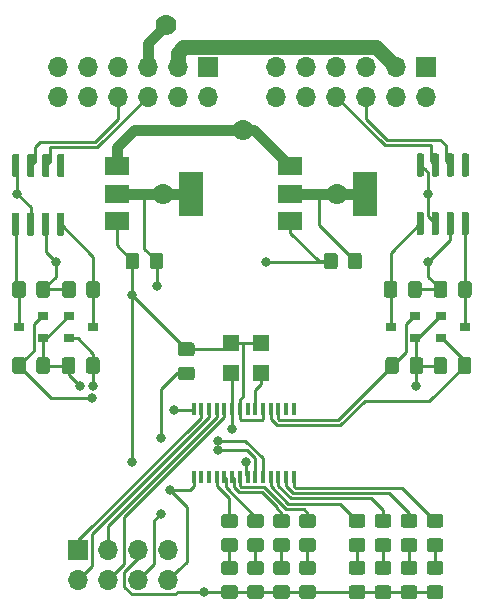
<source format=gbr>
G04 #@! TF.GenerationSoftware,KiCad,Pcbnew,5.1.5-52549c5~86~ubuntu19.04.1*
G04 #@! TF.CreationDate,2020-05-15T20:04:21+10:00*
G04 #@! TF.ProjectId,sid-board-v2,7369642d-626f-4617-9264-2d76322e6b69,rev?*
G04 #@! TF.SameCoordinates,Original*
G04 #@! TF.FileFunction,Copper,L1,Top*
G04 #@! TF.FilePolarity,Positive*
%FSLAX46Y46*%
G04 Gerber Fmt 4.6, Leading zero omitted, Abs format (unit mm)*
G04 Created by KiCad (PCBNEW 5.1.5-52549c5~86~ubuntu19.04.1) date 2020-05-15 20:04:21*
%MOMM*%
%LPD*%
G04 APERTURE LIST*
%ADD10R,1.400000X1.400000*%
%ADD11O,1.700000X1.700000*%
%ADD12R,1.700000X1.700000*%
%ADD13R,0.400000X1.100000*%
%ADD14C,0.100000*%
%ADD15R,0.900000X0.800000*%
%ADD16R,2.000000X3.800000*%
%ADD17R,2.000000X1.500000*%
%ADD18C,0.800000*%
%ADD19C,1.778000*%
%ADD20C,0.250000*%
%ADD21C,1.270000*%
%ADD22C,0.889000*%
G04 APERTURE END LIST*
D10*
X101834000Y-102382000D03*
X101834000Y-104882000D03*
X99334000Y-104882000D03*
X99334000Y-102382000D03*
D11*
X84650000Y-81497000D03*
X84650000Y-78957000D03*
X87190000Y-81497000D03*
X87190000Y-78957000D03*
X89730000Y-81497000D03*
X89730000Y-78957000D03*
X92270000Y-81497000D03*
X92270000Y-78957000D03*
X94810000Y-81497000D03*
X94810000Y-78957000D03*
X97350000Y-81497000D03*
D12*
X97350000Y-78957000D03*
D11*
X103150000Y-81497000D03*
X103150000Y-78957000D03*
X105690000Y-81497000D03*
X105690000Y-78957000D03*
X108230000Y-81497000D03*
X108230000Y-78957000D03*
X110770000Y-81497000D03*
X110770000Y-78957000D03*
X113310000Y-81497000D03*
X113310000Y-78957000D03*
X115850000Y-81497000D03*
D12*
X115850000Y-78957000D03*
D13*
X104625000Y-107950000D03*
X103975000Y-107950000D03*
X103325000Y-107950000D03*
X102675000Y-107950000D03*
X102025000Y-107950000D03*
X101375000Y-107950000D03*
X100725000Y-107950000D03*
X100075000Y-107950000D03*
X99425000Y-107950000D03*
X98775000Y-107950000D03*
X98125000Y-107950000D03*
X97475000Y-107950000D03*
X96825000Y-107950000D03*
X96175000Y-107950000D03*
X96175000Y-113650000D03*
X96825000Y-113650000D03*
X97475000Y-113650000D03*
X98125000Y-113650000D03*
X98775000Y-113650000D03*
X99425000Y-113650000D03*
X100075000Y-113650000D03*
X100725000Y-113650000D03*
X101375000Y-113650000D03*
X102025000Y-113650000D03*
X102675000Y-113650000D03*
X103325000Y-113650000D03*
X103975000Y-113650000D03*
X104625000Y-113650000D03*
G04 #@! TA.AperFunction,SMDPad,CuDef*
D14*
G36*
X108124505Y-94701204D02*
G01*
X108148773Y-94704804D01*
X108172572Y-94710765D01*
X108195671Y-94719030D01*
X108217850Y-94729520D01*
X108238893Y-94742132D01*
X108258599Y-94756747D01*
X108276777Y-94773223D01*
X108293253Y-94791401D01*
X108307868Y-94811107D01*
X108320480Y-94832150D01*
X108330970Y-94854329D01*
X108339235Y-94877428D01*
X108345196Y-94901227D01*
X108348796Y-94925495D01*
X108350000Y-94949999D01*
X108350000Y-95850001D01*
X108348796Y-95874505D01*
X108345196Y-95898773D01*
X108339235Y-95922572D01*
X108330970Y-95945671D01*
X108320480Y-95967850D01*
X108307868Y-95988893D01*
X108293253Y-96008599D01*
X108276777Y-96026777D01*
X108258599Y-96043253D01*
X108238893Y-96057868D01*
X108217850Y-96070480D01*
X108195671Y-96080970D01*
X108172572Y-96089235D01*
X108148773Y-96095196D01*
X108124505Y-96098796D01*
X108100001Y-96100000D01*
X107449999Y-96100000D01*
X107425495Y-96098796D01*
X107401227Y-96095196D01*
X107377428Y-96089235D01*
X107354329Y-96080970D01*
X107332150Y-96070480D01*
X107311107Y-96057868D01*
X107291401Y-96043253D01*
X107273223Y-96026777D01*
X107256747Y-96008599D01*
X107242132Y-95988893D01*
X107229520Y-95967850D01*
X107219030Y-95945671D01*
X107210765Y-95922572D01*
X107204804Y-95898773D01*
X107201204Y-95874505D01*
X107200000Y-95850001D01*
X107200000Y-94949999D01*
X107201204Y-94925495D01*
X107204804Y-94901227D01*
X107210765Y-94877428D01*
X107219030Y-94854329D01*
X107229520Y-94832150D01*
X107242132Y-94811107D01*
X107256747Y-94791401D01*
X107273223Y-94773223D01*
X107291401Y-94756747D01*
X107311107Y-94742132D01*
X107332150Y-94729520D01*
X107354329Y-94719030D01*
X107377428Y-94710765D01*
X107401227Y-94704804D01*
X107425495Y-94701204D01*
X107449999Y-94700000D01*
X108100001Y-94700000D01*
X108124505Y-94701204D01*
G37*
G04 #@! TD.AperFunction*
G04 #@! TA.AperFunction,SMDPad,CuDef*
G36*
X110174505Y-94701204D02*
G01*
X110198773Y-94704804D01*
X110222572Y-94710765D01*
X110245671Y-94719030D01*
X110267850Y-94729520D01*
X110288893Y-94742132D01*
X110308599Y-94756747D01*
X110326777Y-94773223D01*
X110343253Y-94791401D01*
X110357868Y-94811107D01*
X110370480Y-94832150D01*
X110380970Y-94854329D01*
X110389235Y-94877428D01*
X110395196Y-94901227D01*
X110398796Y-94925495D01*
X110400000Y-94949999D01*
X110400000Y-95850001D01*
X110398796Y-95874505D01*
X110395196Y-95898773D01*
X110389235Y-95922572D01*
X110380970Y-95945671D01*
X110370480Y-95967850D01*
X110357868Y-95988893D01*
X110343253Y-96008599D01*
X110326777Y-96026777D01*
X110308599Y-96043253D01*
X110288893Y-96057868D01*
X110267850Y-96070480D01*
X110245671Y-96080970D01*
X110222572Y-96089235D01*
X110198773Y-96095196D01*
X110174505Y-96098796D01*
X110150001Y-96100000D01*
X109499999Y-96100000D01*
X109475495Y-96098796D01*
X109451227Y-96095196D01*
X109427428Y-96089235D01*
X109404329Y-96080970D01*
X109382150Y-96070480D01*
X109361107Y-96057868D01*
X109341401Y-96043253D01*
X109323223Y-96026777D01*
X109306747Y-96008599D01*
X109292132Y-95988893D01*
X109279520Y-95967850D01*
X109269030Y-95945671D01*
X109260765Y-95922572D01*
X109254804Y-95898773D01*
X109251204Y-95874505D01*
X109250000Y-95850001D01*
X109250000Y-94949999D01*
X109251204Y-94925495D01*
X109254804Y-94901227D01*
X109260765Y-94877428D01*
X109269030Y-94854329D01*
X109279520Y-94832150D01*
X109292132Y-94811107D01*
X109306747Y-94791401D01*
X109323223Y-94773223D01*
X109341401Y-94756747D01*
X109361107Y-94742132D01*
X109382150Y-94729520D01*
X109404329Y-94719030D01*
X109427428Y-94710765D01*
X109451227Y-94704804D01*
X109475495Y-94701204D01*
X109499999Y-94700000D01*
X110150001Y-94700000D01*
X110174505Y-94701204D01*
G37*
G04 #@! TD.AperFunction*
G04 #@! TA.AperFunction,SMDPad,CuDef*
G36*
X93374505Y-94701204D02*
G01*
X93398773Y-94704804D01*
X93422572Y-94710765D01*
X93445671Y-94719030D01*
X93467850Y-94729520D01*
X93488893Y-94742132D01*
X93508599Y-94756747D01*
X93526777Y-94773223D01*
X93543253Y-94791401D01*
X93557868Y-94811107D01*
X93570480Y-94832150D01*
X93580970Y-94854329D01*
X93589235Y-94877428D01*
X93595196Y-94901227D01*
X93598796Y-94925495D01*
X93600000Y-94949999D01*
X93600000Y-95850001D01*
X93598796Y-95874505D01*
X93595196Y-95898773D01*
X93589235Y-95922572D01*
X93580970Y-95945671D01*
X93570480Y-95967850D01*
X93557868Y-95988893D01*
X93543253Y-96008599D01*
X93526777Y-96026777D01*
X93508599Y-96043253D01*
X93488893Y-96057868D01*
X93467850Y-96070480D01*
X93445671Y-96080970D01*
X93422572Y-96089235D01*
X93398773Y-96095196D01*
X93374505Y-96098796D01*
X93350001Y-96100000D01*
X92699999Y-96100000D01*
X92675495Y-96098796D01*
X92651227Y-96095196D01*
X92627428Y-96089235D01*
X92604329Y-96080970D01*
X92582150Y-96070480D01*
X92561107Y-96057868D01*
X92541401Y-96043253D01*
X92523223Y-96026777D01*
X92506747Y-96008599D01*
X92492132Y-95988893D01*
X92479520Y-95967850D01*
X92469030Y-95945671D01*
X92460765Y-95922572D01*
X92454804Y-95898773D01*
X92451204Y-95874505D01*
X92450000Y-95850001D01*
X92450000Y-94949999D01*
X92451204Y-94925495D01*
X92454804Y-94901227D01*
X92460765Y-94877428D01*
X92469030Y-94854329D01*
X92479520Y-94832150D01*
X92492132Y-94811107D01*
X92506747Y-94791401D01*
X92523223Y-94773223D01*
X92541401Y-94756747D01*
X92561107Y-94742132D01*
X92582150Y-94729520D01*
X92604329Y-94719030D01*
X92627428Y-94710765D01*
X92651227Y-94704804D01*
X92675495Y-94701204D01*
X92699999Y-94700000D01*
X93350001Y-94700000D01*
X93374505Y-94701204D01*
G37*
G04 #@! TD.AperFunction*
G04 #@! TA.AperFunction,SMDPad,CuDef*
G36*
X91324505Y-94701204D02*
G01*
X91348773Y-94704804D01*
X91372572Y-94710765D01*
X91395671Y-94719030D01*
X91417850Y-94729520D01*
X91438893Y-94742132D01*
X91458599Y-94756747D01*
X91476777Y-94773223D01*
X91493253Y-94791401D01*
X91507868Y-94811107D01*
X91520480Y-94832150D01*
X91530970Y-94854329D01*
X91539235Y-94877428D01*
X91545196Y-94901227D01*
X91548796Y-94925495D01*
X91550000Y-94949999D01*
X91550000Y-95850001D01*
X91548796Y-95874505D01*
X91545196Y-95898773D01*
X91539235Y-95922572D01*
X91530970Y-95945671D01*
X91520480Y-95967850D01*
X91507868Y-95988893D01*
X91493253Y-96008599D01*
X91476777Y-96026777D01*
X91458599Y-96043253D01*
X91438893Y-96057868D01*
X91417850Y-96070480D01*
X91395671Y-96080970D01*
X91372572Y-96089235D01*
X91348773Y-96095196D01*
X91324505Y-96098796D01*
X91300001Y-96100000D01*
X90649999Y-96100000D01*
X90625495Y-96098796D01*
X90601227Y-96095196D01*
X90577428Y-96089235D01*
X90554329Y-96080970D01*
X90532150Y-96070480D01*
X90511107Y-96057868D01*
X90491401Y-96043253D01*
X90473223Y-96026777D01*
X90456747Y-96008599D01*
X90442132Y-95988893D01*
X90429520Y-95967850D01*
X90419030Y-95945671D01*
X90410765Y-95922572D01*
X90404804Y-95898773D01*
X90401204Y-95874505D01*
X90400000Y-95850001D01*
X90400000Y-94949999D01*
X90401204Y-94925495D01*
X90404804Y-94901227D01*
X90410765Y-94877428D01*
X90419030Y-94854329D01*
X90429520Y-94832150D01*
X90442132Y-94811107D01*
X90456747Y-94791401D01*
X90473223Y-94773223D01*
X90491401Y-94756747D01*
X90511107Y-94742132D01*
X90532150Y-94729520D01*
X90554329Y-94719030D01*
X90577428Y-94710765D01*
X90601227Y-94704804D01*
X90625495Y-94701204D01*
X90649999Y-94700000D01*
X91300001Y-94700000D01*
X91324505Y-94701204D01*
G37*
G04 #@! TD.AperFunction*
D15*
X83400000Y-101950000D03*
X83400000Y-100050000D03*
X81400000Y-101000000D03*
G04 #@! TA.AperFunction,SMDPad,CuDef*
D14*
G36*
X96024505Y-102301204D02*
G01*
X96048773Y-102304804D01*
X96072572Y-102310765D01*
X96095671Y-102319030D01*
X96117850Y-102329520D01*
X96138893Y-102342132D01*
X96158599Y-102356747D01*
X96176777Y-102373223D01*
X96193253Y-102391401D01*
X96207868Y-102411107D01*
X96220480Y-102432150D01*
X96230970Y-102454329D01*
X96239235Y-102477428D01*
X96245196Y-102501227D01*
X96248796Y-102525495D01*
X96250000Y-102549999D01*
X96250000Y-103200001D01*
X96248796Y-103224505D01*
X96245196Y-103248773D01*
X96239235Y-103272572D01*
X96230970Y-103295671D01*
X96220480Y-103317850D01*
X96207868Y-103338893D01*
X96193253Y-103358599D01*
X96176777Y-103376777D01*
X96158599Y-103393253D01*
X96138893Y-103407868D01*
X96117850Y-103420480D01*
X96095671Y-103430970D01*
X96072572Y-103439235D01*
X96048773Y-103445196D01*
X96024505Y-103448796D01*
X96000001Y-103450000D01*
X95099999Y-103450000D01*
X95075495Y-103448796D01*
X95051227Y-103445196D01*
X95027428Y-103439235D01*
X95004329Y-103430970D01*
X94982150Y-103420480D01*
X94961107Y-103407868D01*
X94941401Y-103393253D01*
X94923223Y-103376777D01*
X94906747Y-103358599D01*
X94892132Y-103338893D01*
X94879520Y-103317850D01*
X94869030Y-103295671D01*
X94860765Y-103272572D01*
X94854804Y-103248773D01*
X94851204Y-103224505D01*
X94850000Y-103200001D01*
X94850000Y-102549999D01*
X94851204Y-102525495D01*
X94854804Y-102501227D01*
X94860765Y-102477428D01*
X94869030Y-102454329D01*
X94879520Y-102432150D01*
X94892132Y-102411107D01*
X94906747Y-102391401D01*
X94923223Y-102373223D01*
X94941401Y-102356747D01*
X94961107Y-102342132D01*
X94982150Y-102329520D01*
X95004329Y-102319030D01*
X95027428Y-102310765D01*
X95051227Y-102304804D01*
X95075495Y-102301204D01*
X95099999Y-102300000D01*
X96000001Y-102300000D01*
X96024505Y-102301204D01*
G37*
G04 #@! TD.AperFunction*
G04 #@! TA.AperFunction,SMDPad,CuDef*
G36*
X96024505Y-104351204D02*
G01*
X96048773Y-104354804D01*
X96072572Y-104360765D01*
X96095671Y-104369030D01*
X96117850Y-104379520D01*
X96138893Y-104392132D01*
X96158599Y-104406747D01*
X96176777Y-104423223D01*
X96193253Y-104441401D01*
X96207868Y-104461107D01*
X96220480Y-104482150D01*
X96230970Y-104504329D01*
X96239235Y-104527428D01*
X96245196Y-104551227D01*
X96248796Y-104575495D01*
X96250000Y-104599999D01*
X96250000Y-105250001D01*
X96248796Y-105274505D01*
X96245196Y-105298773D01*
X96239235Y-105322572D01*
X96230970Y-105345671D01*
X96220480Y-105367850D01*
X96207868Y-105388893D01*
X96193253Y-105408599D01*
X96176777Y-105426777D01*
X96158599Y-105443253D01*
X96138893Y-105457868D01*
X96117850Y-105470480D01*
X96095671Y-105480970D01*
X96072572Y-105489235D01*
X96048773Y-105495196D01*
X96024505Y-105498796D01*
X96000001Y-105500000D01*
X95099999Y-105500000D01*
X95075495Y-105498796D01*
X95051227Y-105495196D01*
X95027428Y-105489235D01*
X95004329Y-105480970D01*
X94982150Y-105470480D01*
X94961107Y-105457868D01*
X94941401Y-105443253D01*
X94923223Y-105426777D01*
X94906747Y-105408599D01*
X94892132Y-105388893D01*
X94879520Y-105367850D01*
X94869030Y-105345671D01*
X94860765Y-105322572D01*
X94854804Y-105298773D01*
X94851204Y-105274505D01*
X94850000Y-105250001D01*
X94850000Y-104599999D01*
X94851204Y-104575495D01*
X94854804Y-104551227D01*
X94860765Y-104527428D01*
X94869030Y-104504329D01*
X94879520Y-104482150D01*
X94892132Y-104461107D01*
X94906747Y-104441401D01*
X94923223Y-104423223D01*
X94941401Y-104406747D01*
X94961107Y-104392132D01*
X94982150Y-104379520D01*
X95004329Y-104369030D01*
X95027428Y-104360765D01*
X95051227Y-104354804D01*
X95075495Y-104351204D01*
X95099999Y-104350000D01*
X96000001Y-104350000D01*
X96024505Y-104351204D01*
G37*
G04 #@! TD.AperFunction*
D16*
X95950000Y-89700000D03*
D17*
X89650000Y-89700000D03*
X89650000Y-92000000D03*
X89650000Y-87400000D03*
G04 #@! TA.AperFunction,SMDPad,CuDef*
D14*
G36*
X115509703Y-91250722D02*
G01*
X115524264Y-91252882D01*
X115538543Y-91256459D01*
X115552403Y-91261418D01*
X115565710Y-91267712D01*
X115578336Y-91275280D01*
X115590159Y-91284048D01*
X115601066Y-91293934D01*
X115610952Y-91304841D01*
X115619720Y-91316664D01*
X115627288Y-91329290D01*
X115633582Y-91342597D01*
X115638541Y-91356457D01*
X115642118Y-91370736D01*
X115644278Y-91385297D01*
X115645000Y-91400000D01*
X115645000Y-93050000D01*
X115644278Y-93064703D01*
X115642118Y-93079264D01*
X115638541Y-93093543D01*
X115633582Y-93107403D01*
X115627288Y-93120710D01*
X115619720Y-93133336D01*
X115610952Y-93145159D01*
X115601066Y-93156066D01*
X115590159Y-93165952D01*
X115578336Y-93174720D01*
X115565710Y-93182288D01*
X115552403Y-93188582D01*
X115538543Y-93193541D01*
X115524264Y-93197118D01*
X115509703Y-93199278D01*
X115495000Y-93200000D01*
X115195000Y-93200000D01*
X115180297Y-93199278D01*
X115165736Y-93197118D01*
X115151457Y-93193541D01*
X115137597Y-93188582D01*
X115124290Y-93182288D01*
X115111664Y-93174720D01*
X115099841Y-93165952D01*
X115088934Y-93156066D01*
X115079048Y-93145159D01*
X115070280Y-93133336D01*
X115062712Y-93120710D01*
X115056418Y-93107403D01*
X115051459Y-93093543D01*
X115047882Y-93079264D01*
X115045722Y-93064703D01*
X115045000Y-93050000D01*
X115045000Y-91400000D01*
X115045722Y-91385297D01*
X115047882Y-91370736D01*
X115051459Y-91356457D01*
X115056418Y-91342597D01*
X115062712Y-91329290D01*
X115070280Y-91316664D01*
X115079048Y-91304841D01*
X115088934Y-91293934D01*
X115099841Y-91284048D01*
X115111664Y-91275280D01*
X115124290Y-91267712D01*
X115137597Y-91261418D01*
X115151457Y-91256459D01*
X115165736Y-91252882D01*
X115180297Y-91250722D01*
X115195000Y-91250000D01*
X115495000Y-91250000D01*
X115509703Y-91250722D01*
G37*
G04 #@! TD.AperFunction*
G04 #@! TA.AperFunction,SMDPad,CuDef*
G36*
X116779703Y-91250722D02*
G01*
X116794264Y-91252882D01*
X116808543Y-91256459D01*
X116822403Y-91261418D01*
X116835710Y-91267712D01*
X116848336Y-91275280D01*
X116860159Y-91284048D01*
X116871066Y-91293934D01*
X116880952Y-91304841D01*
X116889720Y-91316664D01*
X116897288Y-91329290D01*
X116903582Y-91342597D01*
X116908541Y-91356457D01*
X116912118Y-91370736D01*
X116914278Y-91385297D01*
X116915000Y-91400000D01*
X116915000Y-93050000D01*
X116914278Y-93064703D01*
X116912118Y-93079264D01*
X116908541Y-93093543D01*
X116903582Y-93107403D01*
X116897288Y-93120710D01*
X116889720Y-93133336D01*
X116880952Y-93145159D01*
X116871066Y-93156066D01*
X116860159Y-93165952D01*
X116848336Y-93174720D01*
X116835710Y-93182288D01*
X116822403Y-93188582D01*
X116808543Y-93193541D01*
X116794264Y-93197118D01*
X116779703Y-93199278D01*
X116765000Y-93200000D01*
X116465000Y-93200000D01*
X116450297Y-93199278D01*
X116435736Y-93197118D01*
X116421457Y-93193541D01*
X116407597Y-93188582D01*
X116394290Y-93182288D01*
X116381664Y-93174720D01*
X116369841Y-93165952D01*
X116358934Y-93156066D01*
X116349048Y-93145159D01*
X116340280Y-93133336D01*
X116332712Y-93120710D01*
X116326418Y-93107403D01*
X116321459Y-93093543D01*
X116317882Y-93079264D01*
X116315722Y-93064703D01*
X116315000Y-93050000D01*
X116315000Y-91400000D01*
X116315722Y-91385297D01*
X116317882Y-91370736D01*
X116321459Y-91356457D01*
X116326418Y-91342597D01*
X116332712Y-91329290D01*
X116340280Y-91316664D01*
X116349048Y-91304841D01*
X116358934Y-91293934D01*
X116369841Y-91284048D01*
X116381664Y-91275280D01*
X116394290Y-91267712D01*
X116407597Y-91261418D01*
X116421457Y-91256459D01*
X116435736Y-91252882D01*
X116450297Y-91250722D01*
X116465000Y-91250000D01*
X116765000Y-91250000D01*
X116779703Y-91250722D01*
G37*
G04 #@! TD.AperFunction*
G04 #@! TA.AperFunction,SMDPad,CuDef*
G36*
X118049703Y-91250722D02*
G01*
X118064264Y-91252882D01*
X118078543Y-91256459D01*
X118092403Y-91261418D01*
X118105710Y-91267712D01*
X118118336Y-91275280D01*
X118130159Y-91284048D01*
X118141066Y-91293934D01*
X118150952Y-91304841D01*
X118159720Y-91316664D01*
X118167288Y-91329290D01*
X118173582Y-91342597D01*
X118178541Y-91356457D01*
X118182118Y-91370736D01*
X118184278Y-91385297D01*
X118185000Y-91400000D01*
X118185000Y-93050000D01*
X118184278Y-93064703D01*
X118182118Y-93079264D01*
X118178541Y-93093543D01*
X118173582Y-93107403D01*
X118167288Y-93120710D01*
X118159720Y-93133336D01*
X118150952Y-93145159D01*
X118141066Y-93156066D01*
X118130159Y-93165952D01*
X118118336Y-93174720D01*
X118105710Y-93182288D01*
X118092403Y-93188582D01*
X118078543Y-93193541D01*
X118064264Y-93197118D01*
X118049703Y-93199278D01*
X118035000Y-93200000D01*
X117735000Y-93200000D01*
X117720297Y-93199278D01*
X117705736Y-93197118D01*
X117691457Y-93193541D01*
X117677597Y-93188582D01*
X117664290Y-93182288D01*
X117651664Y-93174720D01*
X117639841Y-93165952D01*
X117628934Y-93156066D01*
X117619048Y-93145159D01*
X117610280Y-93133336D01*
X117602712Y-93120710D01*
X117596418Y-93107403D01*
X117591459Y-93093543D01*
X117587882Y-93079264D01*
X117585722Y-93064703D01*
X117585000Y-93050000D01*
X117585000Y-91400000D01*
X117585722Y-91385297D01*
X117587882Y-91370736D01*
X117591459Y-91356457D01*
X117596418Y-91342597D01*
X117602712Y-91329290D01*
X117610280Y-91316664D01*
X117619048Y-91304841D01*
X117628934Y-91293934D01*
X117639841Y-91284048D01*
X117651664Y-91275280D01*
X117664290Y-91267712D01*
X117677597Y-91261418D01*
X117691457Y-91256459D01*
X117705736Y-91252882D01*
X117720297Y-91250722D01*
X117735000Y-91250000D01*
X118035000Y-91250000D01*
X118049703Y-91250722D01*
G37*
G04 #@! TD.AperFunction*
G04 #@! TA.AperFunction,SMDPad,CuDef*
G36*
X119319703Y-91250722D02*
G01*
X119334264Y-91252882D01*
X119348543Y-91256459D01*
X119362403Y-91261418D01*
X119375710Y-91267712D01*
X119388336Y-91275280D01*
X119400159Y-91284048D01*
X119411066Y-91293934D01*
X119420952Y-91304841D01*
X119429720Y-91316664D01*
X119437288Y-91329290D01*
X119443582Y-91342597D01*
X119448541Y-91356457D01*
X119452118Y-91370736D01*
X119454278Y-91385297D01*
X119455000Y-91400000D01*
X119455000Y-93050000D01*
X119454278Y-93064703D01*
X119452118Y-93079264D01*
X119448541Y-93093543D01*
X119443582Y-93107403D01*
X119437288Y-93120710D01*
X119429720Y-93133336D01*
X119420952Y-93145159D01*
X119411066Y-93156066D01*
X119400159Y-93165952D01*
X119388336Y-93174720D01*
X119375710Y-93182288D01*
X119362403Y-93188582D01*
X119348543Y-93193541D01*
X119334264Y-93197118D01*
X119319703Y-93199278D01*
X119305000Y-93200000D01*
X119005000Y-93200000D01*
X118990297Y-93199278D01*
X118975736Y-93197118D01*
X118961457Y-93193541D01*
X118947597Y-93188582D01*
X118934290Y-93182288D01*
X118921664Y-93174720D01*
X118909841Y-93165952D01*
X118898934Y-93156066D01*
X118889048Y-93145159D01*
X118880280Y-93133336D01*
X118872712Y-93120710D01*
X118866418Y-93107403D01*
X118861459Y-93093543D01*
X118857882Y-93079264D01*
X118855722Y-93064703D01*
X118855000Y-93050000D01*
X118855000Y-91400000D01*
X118855722Y-91385297D01*
X118857882Y-91370736D01*
X118861459Y-91356457D01*
X118866418Y-91342597D01*
X118872712Y-91329290D01*
X118880280Y-91316664D01*
X118889048Y-91304841D01*
X118898934Y-91293934D01*
X118909841Y-91284048D01*
X118921664Y-91275280D01*
X118934290Y-91267712D01*
X118947597Y-91261418D01*
X118961457Y-91256459D01*
X118975736Y-91252882D01*
X118990297Y-91250722D01*
X119005000Y-91250000D01*
X119305000Y-91250000D01*
X119319703Y-91250722D01*
G37*
G04 #@! TD.AperFunction*
G04 #@! TA.AperFunction,SMDPad,CuDef*
G36*
X119319703Y-86300722D02*
G01*
X119334264Y-86302882D01*
X119348543Y-86306459D01*
X119362403Y-86311418D01*
X119375710Y-86317712D01*
X119388336Y-86325280D01*
X119400159Y-86334048D01*
X119411066Y-86343934D01*
X119420952Y-86354841D01*
X119429720Y-86366664D01*
X119437288Y-86379290D01*
X119443582Y-86392597D01*
X119448541Y-86406457D01*
X119452118Y-86420736D01*
X119454278Y-86435297D01*
X119455000Y-86450000D01*
X119455000Y-88100000D01*
X119454278Y-88114703D01*
X119452118Y-88129264D01*
X119448541Y-88143543D01*
X119443582Y-88157403D01*
X119437288Y-88170710D01*
X119429720Y-88183336D01*
X119420952Y-88195159D01*
X119411066Y-88206066D01*
X119400159Y-88215952D01*
X119388336Y-88224720D01*
X119375710Y-88232288D01*
X119362403Y-88238582D01*
X119348543Y-88243541D01*
X119334264Y-88247118D01*
X119319703Y-88249278D01*
X119305000Y-88250000D01*
X119005000Y-88250000D01*
X118990297Y-88249278D01*
X118975736Y-88247118D01*
X118961457Y-88243541D01*
X118947597Y-88238582D01*
X118934290Y-88232288D01*
X118921664Y-88224720D01*
X118909841Y-88215952D01*
X118898934Y-88206066D01*
X118889048Y-88195159D01*
X118880280Y-88183336D01*
X118872712Y-88170710D01*
X118866418Y-88157403D01*
X118861459Y-88143543D01*
X118857882Y-88129264D01*
X118855722Y-88114703D01*
X118855000Y-88100000D01*
X118855000Y-86450000D01*
X118855722Y-86435297D01*
X118857882Y-86420736D01*
X118861459Y-86406457D01*
X118866418Y-86392597D01*
X118872712Y-86379290D01*
X118880280Y-86366664D01*
X118889048Y-86354841D01*
X118898934Y-86343934D01*
X118909841Y-86334048D01*
X118921664Y-86325280D01*
X118934290Y-86317712D01*
X118947597Y-86311418D01*
X118961457Y-86306459D01*
X118975736Y-86302882D01*
X118990297Y-86300722D01*
X119005000Y-86300000D01*
X119305000Y-86300000D01*
X119319703Y-86300722D01*
G37*
G04 #@! TD.AperFunction*
G04 #@! TA.AperFunction,SMDPad,CuDef*
G36*
X118049703Y-86300722D02*
G01*
X118064264Y-86302882D01*
X118078543Y-86306459D01*
X118092403Y-86311418D01*
X118105710Y-86317712D01*
X118118336Y-86325280D01*
X118130159Y-86334048D01*
X118141066Y-86343934D01*
X118150952Y-86354841D01*
X118159720Y-86366664D01*
X118167288Y-86379290D01*
X118173582Y-86392597D01*
X118178541Y-86406457D01*
X118182118Y-86420736D01*
X118184278Y-86435297D01*
X118185000Y-86450000D01*
X118185000Y-88100000D01*
X118184278Y-88114703D01*
X118182118Y-88129264D01*
X118178541Y-88143543D01*
X118173582Y-88157403D01*
X118167288Y-88170710D01*
X118159720Y-88183336D01*
X118150952Y-88195159D01*
X118141066Y-88206066D01*
X118130159Y-88215952D01*
X118118336Y-88224720D01*
X118105710Y-88232288D01*
X118092403Y-88238582D01*
X118078543Y-88243541D01*
X118064264Y-88247118D01*
X118049703Y-88249278D01*
X118035000Y-88250000D01*
X117735000Y-88250000D01*
X117720297Y-88249278D01*
X117705736Y-88247118D01*
X117691457Y-88243541D01*
X117677597Y-88238582D01*
X117664290Y-88232288D01*
X117651664Y-88224720D01*
X117639841Y-88215952D01*
X117628934Y-88206066D01*
X117619048Y-88195159D01*
X117610280Y-88183336D01*
X117602712Y-88170710D01*
X117596418Y-88157403D01*
X117591459Y-88143543D01*
X117587882Y-88129264D01*
X117585722Y-88114703D01*
X117585000Y-88100000D01*
X117585000Y-86450000D01*
X117585722Y-86435297D01*
X117587882Y-86420736D01*
X117591459Y-86406457D01*
X117596418Y-86392597D01*
X117602712Y-86379290D01*
X117610280Y-86366664D01*
X117619048Y-86354841D01*
X117628934Y-86343934D01*
X117639841Y-86334048D01*
X117651664Y-86325280D01*
X117664290Y-86317712D01*
X117677597Y-86311418D01*
X117691457Y-86306459D01*
X117705736Y-86302882D01*
X117720297Y-86300722D01*
X117735000Y-86300000D01*
X118035000Y-86300000D01*
X118049703Y-86300722D01*
G37*
G04 #@! TD.AperFunction*
G04 #@! TA.AperFunction,SMDPad,CuDef*
G36*
X116779703Y-86300722D02*
G01*
X116794264Y-86302882D01*
X116808543Y-86306459D01*
X116822403Y-86311418D01*
X116835710Y-86317712D01*
X116848336Y-86325280D01*
X116860159Y-86334048D01*
X116871066Y-86343934D01*
X116880952Y-86354841D01*
X116889720Y-86366664D01*
X116897288Y-86379290D01*
X116903582Y-86392597D01*
X116908541Y-86406457D01*
X116912118Y-86420736D01*
X116914278Y-86435297D01*
X116915000Y-86450000D01*
X116915000Y-88100000D01*
X116914278Y-88114703D01*
X116912118Y-88129264D01*
X116908541Y-88143543D01*
X116903582Y-88157403D01*
X116897288Y-88170710D01*
X116889720Y-88183336D01*
X116880952Y-88195159D01*
X116871066Y-88206066D01*
X116860159Y-88215952D01*
X116848336Y-88224720D01*
X116835710Y-88232288D01*
X116822403Y-88238582D01*
X116808543Y-88243541D01*
X116794264Y-88247118D01*
X116779703Y-88249278D01*
X116765000Y-88250000D01*
X116465000Y-88250000D01*
X116450297Y-88249278D01*
X116435736Y-88247118D01*
X116421457Y-88243541D01*
X116407597Y-88238582D01*
X116394290Y-88232288D01*
X116381664Y-88224720D01*
X116369841Y-88215952D01*
X116358934Y-88206066D01*
X116349048Y-88195159D01*
X116340280Y-88183336D01*
X116332712Y-88170710D01*
X116326418Y-88157403D01*
X116321459Y-88143543D01*
X116317882Y-88129264D01*
X116315722Y-88114703D01*
X116315000Y-88100000D01*
X116315000Y-86450000D01*
X116315722Y-86435297D01*
X116317882Y-86420736D01*
X116321459Y-86406457D01*
X116326418Y-86392597D01*
X116332712Y-86379290D01*
X116340280Y-86366664D01*
X116349048Y-86354841D01*
X116358934Y-86343934D01*
X116369841Y-86334048D01*
X116381664Y-86325280D01*
X116394290Y-86317712D01*
X116407597Y-86311418D01*
X116421457Y-86306459D01*
X116435736Y-86302882D01*
X116450297Y-86300722D01*
X116465000Y-86300000D01*
X116765000Y-86300000D01*
X116779703Y-86300722D01*
G37*
G04 #@! TD.AperFunction*
G04 #@! TA.AperFunction,SMDPad,CuDef*
G36*
X115509703Y-86300722D02*
G01*
X115524264Y-86302882D01*
X115538543Y-86306459D01*
X115552403Y-86311418D01*
X115565710Y-86317712D01*
X115578336Y-86325280D01*
X115590159Y-86334048D01*
X115601066Y-86343934D01*
X115610952Y-86354841D01*
X115619720Y-86366664D01*
X115627288Y-86379290D01*
X115633582Y-86392597D01*
X115638541Y-86406457D01*
X115642118Y-86420736D01*
X115644278Y-86435297D01*
X115645000Y-86450000D01*
X115645000Y-88100000D01*
X115644278Y-88114703D01*
X115642118Y-88129264D01*
X115638541Y-88143543D01*
X115633582Y-88157403D01*
X115627288Y-88170710D01*
X115619720Y-88183336D01*
X115610952Y-88195159D01*
X115601066Y-88206066D01*
X115590159Y-88215952D01*
X115578336Y-88224720D01*
X115565710Y-88232288D01*
X115552403Y-88238582D01*
X115538543Y-88243541D01*
X115524264Y-88247118D01*
X115509703Y-88249278D01*
X115495000Y-88250000D01*
X115195000Y-88250000D01*
X115180297Y-88249278D01*
X115165736Y-88247118D01*
X115151457Y-88243541D01*
X115137597Y-88238582D01*
X115124290Y-88232288D01*
X115111664Y-88224720D01*
X115099841Y-88215952D01*
X115088934Y-88206066D01*
X115079048Y-88195159D01*
X115070280Y-88183336D01*
X115062712Y-88170710D01*
X115056418Y-88157403D01*
X115051459Y-88143543D01*
X115047882Y-88129264D01*
X115045722Y-88114703D01*
X115045000Y-88100000D01*
X115045000Y-86450000D01*
X115045722Y-86435297D01*
X115047882Y-86420736D01*
X115051459Y-86406457D01*
X115056418Y-86392597D01*
X115062712Y-86379290D01*
X115070280Y-86366664D01*
X115079048Y-86354841D01*
X115088934Y-86343934D01*
X115099841Y-86334048D01*
X115111664Y-86325280D01*
X115124290Y-86317712D01*
X115137597Y-86311418D01*
X115151457Y-86306459D01*
X115165736Y-86302882D01*
X115180297Y-86300722D01*
X115195000Y-86300000D01*
X115495000Y-86300000D01*
X115509703Y-86300722D01*
G37*
G04 #@! TD.AperFunction*
G04 #@! TA.AperFunction,SMDPad,CuDef*
G36*
X81259703Y-91300722D02*
G01*
X81274264Y-91302882D01*
X81288543Y-91306459D01*
X81302403Y-91311418D01*
X81315710Y-91317712D01*
X81328336Y-91325280D01*
X81340159Y-91334048D01*
X81351066Y-91343934D01*
X81360952Y-91354841D01*
X81369720Y-91366664D01*
X81377288Y-91379290D01*
X81383582Y-91392597D01*
X81388541Y-91406457D01*
X81392118Y-91420736D01*
X81394278Y-91435297D01*
X81395000Y-91450000D01*
X81395000Y-93100000D01*
X81394278Y-93114703D01*
X81392118Y-93129264D01*
X81388541Y-93143543D01*
X81383582Y-93157403D01*
X81377288Y-93170710D01*
X81369720Y-93183336D01*
X81360952Y-93195159D01*
X81351066Y-93206066D01*
X81340159Y-93215952D01*
X81328336Y-93224720D01*
X81315710Y-93232288D01*
X81302403Y-93238582D01*
X81288543Y-93243541D01*
X81274264Y-93247118D01*
X81259703Y-93249278D01*
X81245000Y-93250000D01*
X80945000Y-93250000D01*
X80930297Y-93249278D01*
X80915736Y-93247118D01*
X80901457Y-93243541D01*
X80887597Y-93238582D01*
X80874290Y-93232288D01*
X80861664Y-93224720D01*
X80849841Y-93215952D01*
X80838934Y-93206066D01*
X80829048Y-93195159D01*
X80820280Y-93183336D01*
X80812712Y-93170710D01*
X80806418Y-93157403D01*
X80801459Y-93143543D01*
X80797882Y-93129264D01*
X80795722Y-93114703D01*
X80795000Y-93100000D01*
X80795000Y-91450000D01*
X80795722Y-91435297D01*
X80797882Y-91420736D01*
X80801459Y-91406457D01*
X80806418Y-91392597D01*
X80812712Y-91379290D01*
X80820280Y-91366664D01*
X80829048Y-91354841D01*
X80838934Y-91343934D01*
X80849841Y-91334048D01*
X80861664Y-91325280D01*
X80874290Y-91317712D01*
X80887597Y-91311418D01*
X80901457Y-91306459D01*
X80915736Y-91302882D01*
X80930297Y-91300722D01*
X80945000Y-91300000D01*
X81245000Y-91300000D01*
X81259703Y-91300722D01*
G37*
G04 #@! TD.AperFunction*
G04 #@! TA.AperFunction,SMDPad,CuDef*
G36*
X82529703Y-91300722D02*
G01*
X82544264Y-91302882D01*
X82558543Y-91306459D01*
X82572403Y-91311418D01*
X82585710Y-91317712D01*
X82598336Y-91325280D01*
X82610159Y-91334048D01*
X82621066Y-91343934D01*
X82630952Y-91354841D01*
X82639720Y-91366664D01*
X82647288Y-91379290D01*
X82653582Y-91392597D01*
X82658541Y-91406457D01*
X82662118Y-91420736D01*
X82664278Y-91435297D01*
X82665000Y-91450000D01*
X82665000Y-93100000D01*
X82664278Y-93114703D01*
X82662118Y-93129264D01*
X82658541Y-93143543D01*
X82653582Y-93157403D01*
X82647288Y-93170710D01*
X82639720Y-93183336D01*
X82630952Y-93195159D01*
X82621066Y-93206066D01*
X82610159Y-93215952D01*
X82598336Y-93224720D01*
X82585710Y-93232288D01*
X82572403Y-93238582D01*
X82558543Y-93243541D01*
X82544264Y-93247118D01*
X82529703Y-93249278D01*
X82515000Y-93250000D01*
X82215000Y-93250000D01*
X82200297Y-93249278D01*
X82185736Y-93247118D01*
X82171457Y-93243541D01*
X82157597Y-93238582D01*
X82144290Y-93232288D01*
X82131664Y-93224720D01*
X82119841Y-93215952D01*
X82108934Y-93206066D01*
X82099048Y-93195159D01*
X82090280Y-93183336D01*
X82082712Y-93170710D01*
X82076418Y-93157403D01*
X82071459Y-93143543D01*
X82067882Y-93129264D01*
X82065722Y-93114703D01*
X82065000Y-93100000D01*
X82065000Y-91450000D01*
X82065722Y-91435297D01*
X82067882Y-91420736D01*
X82071459Y-91406457D01*
X82076418Y-91392597D01*
X82082712Y-91379290D01*
X82090280Y-91366664D01*
X82099048Y-91354841D01*
X82108934Y-91343934D01*
X82119841Y-91334048D01*
X82131664Y-91325280D01*
X82144290Y-91317712D01*
X82157597Y-91311418D01*
X82171457Y-91306459D01*
X82185736Y-91302882D01*
X82200297Y-91300722D01*
X82215000Y-91300000D01*
X82515000Y-91300000D01*
X82529703Y-91300722D01*
G37*
G04 #@! TD.AperFunction*
G04 #@! TA.AperFunction,SMDPad,CuDef*
G36*
X83799703Y-91300722D02*
G01*
X83814264Y-91302882D01*
X83828543Y-91306459D01*
X83842403Y-91311418D01*
X83855710Y-91317712D01*
X83868336Y-91325280D01*
X83880159Y-91334048D01*
X83891066Y-91343934D01*
X83900952Y-91354841D01*
X83909720Y-91366664D01*
X83917288Y-91379290D01*
X83923582Y-91392597D01*
X83928541Y-91406457D01*
X83932118Y-91420736D01*
X83934278Y-91435297D01*
X83935000Y-91450000D01*
X83935000Y-93100000D01*
X83934278Y-93114703D01*
X83932118Y-93129264D01*
X83928541Y-93143543D01*
X83923582Y-93157403D01*
X83917288Y-93170710D01*
X83909720Y-93183336D01*
X83900952Y-93195159D01*
X83891066Y-93206066D01*
X83880159Y-93215952D01*
X83868336Y-93224720D01*
X83855710Y-93232288D01*
X83842403Y-93238582D01*
X83828543Y-93243541D01*
X83814264Y-93247118D01*
X83799703Y-93249278D01*
X83785000Y-93250000D01*
X83485000Y-93250000D01*
X83470297Y-93249278D01*
X83455736Y-93247118D01*
X83441457Y-93243541D01*
X83427597Y-93238582D01*
X83414290Y-93232288D01*
X83401664Y-93224720D01*
X83389841Y-93215952D01*
X83378934Y-93206066D01*
X83369048Y-93195159D01*
X83360280Y-93183336D01*
X83352712Y-93170710D01*
X83346418Y-93157403D01*
X83341459Y-93143543D01*
X83337882Y-93129264D01*
X83335722Y-93114703D01*
X83335000Y-93100000D01*
X83335000Y-91450000D01*
X83335722Y-91435297D01*
X83337882Y-91420736D01*
X83341459Y-91406457D01*
X83346418Y-91392597D01*
X83352712Y-91379290D01*
X83360280Y-91366664D01*
X83369048Y-91354841D01*
X83378934Y-91343934D01*
X83389841Y-91334048D01*
X83401664Y-91325280D01*
X83414290Y-91317712D01*
X83427597Y-91311418D01*
X83441457Y-91306459D01*
X83455736Y-91302882D01*
X83470297Y-91300722D01*
X83485000Y-91300000D01*
X83785000Y-91300000D01*
X83799703Y-91300722D01*
G37*
G04 #@! TD.AperFunction*
G04 #@! TA.AperFunction,SMDPad,CuDef*
G36*
X85069703Y-91300722D02*
G01*
X85084264Y-91302882D01*
X85098543Y-91306459D01*
X85112403Y-91311418D01*
X85125710Y-91317712D01*
X85138336Y-91325280D01*
X85150159Y-91334048D01*
X85161066Y-91343934D01*
X85170952Y-91354841D01*
X85179720Y-91366664D01*
X85187288Y-91379290D01*
X85193582Y-91392597D01*
X85198541Y-91406457D01*
X85202118Y-91420736D01*
X85204278Y-91435297D01*
X85205000Y-91450000D01*
X85205000Y-93100000D01*
X85204278Y-93114703D01*
X85202118Y-93129264D01*
X85198541Y-93143543D01*
X85193582Y-93157403D01*
X85187288Y-93170710D01*
X85179720Y-93183336D01*
X85170952Y-93195159D01*
X85161066Y-93206066D01*
X85150159Y-93215952D01*
X85138336Y-93224720D01*
X85125710Y-93232288D01*
X85112403Y-93238582D01*
X85098543Y-93243541D01*
X85084264Y-93247118D01*
X85069703Y-93249278D01*
X85055000Y-93250000D01*
X84755000Y-93250000D01*
X84740297Y-93249278D01*
X84725736Y-93247118D01*
X84711457Y-93243541D01*
X84697597Y-93238582D01*
X84684290Y-93232288D01*
X84671664Y-93224720D01*
X84659841Y-93215952D01*
X84648934Y-93206066D01*
X84639048Y-93195159D01*
X84630280Y-93183336D01*
X84622712Y-93170710D01*
X84616418Y-93157403D01*
X84611459Y-93143543D01*
X84607882Y-93129264D01*
X84605722Y-93114703D01*
X84605000Y-93100000D01*
X84605000Y-91450000D01*
X84605722Y-91435297D01*
X84607882Y-91420736D01*
X84611459Y-91406457D01*
X84616418Y-91392597D01*
X84622712Y-91379290D01*
X84630280Y-91366664D01*
X84639048Y-91354841D01*
X84648934Y-91343934D01*
X84659841Y-91334048D01*
X84671664Y-91325280D01*
X84684290Y-91317712D01*
X84697597Y-91311418D01*
X84711457Y-91306459D01*
X84725736Y-91302882D01*
X84740297Y-91300722D01*
X84755000Y-91300000D01*
X85055000Y-91300000D01*
X85069703Y-91300722D01*
G37*
G04 #@! TD.AperFunction*
G04 #@! TA.AperFunction,SMDPad,CuDef*
G36*
X85069703Y-86350722D02*
G01*
X85084264Y-86352882D01*
X85098543Y-86356459D01*
X85112403Y-86361418D01*
X85125710Y-86367712D01*
X85138336Y-86375280D01*
X85150159Y-86384048D01*
X85161066Y-86393934D01*
X85170952Y-86404841D01*
X85179720Y-86416664D01*
X85187288Y-86429290D01*
X85193582Y-86442597D01*
X85198541Y-86456457D01*
X85202118Y-86470736D01*
X85204278Y-86485297D01*
X85205000Y-86500000D01*
X85205000Y-88150000D01*
X85204278Y-88164703D01*
X85202118Y-88179264D01*
X85198541Y-88193543D01*
X85193582Y-88207403D01*
X85187288Y-88220710D01*
X85179720Y-88233336D01*
X85170952Y-88245159D01*
X85161066Y-88256066D01*
X85150159Y-88265952D01*
X85138336Y-88274720D01*
X85125710Y-88282288D01*
X85112403Y-88288582D01*
X85098543Y-88293541D01*
X85084264Y-88297118D01*
X85069703Y-88299278D01*
X85055000Y-88300000D01*
X84755000Y-88300000D01*
X84740297Y-88299278D01*
X84725736Y-88297118D01*
X84711457Y-88293541D01*
X84697597Y-88288582D01*
X84684290Y-88282288D01*
X84671664Y-88274720D01*
X84659841Y-88265952D01*
X84648934Y-88256066D01*
X84639048Y-88245159D01*
X84630280Y-88233336D01*
X84622712Y-88220710D01*
X84616418Y-88207403D01*
X84611459Y-88193543D01*
X84607882Y-88179264D01*
X84605722Y-88164703D01*
X84605000Y-88150000D01*
X84605000Y-86500000D01*
X84605722Y-86485297D01*
X84607882Y-86470736D01*
X84611459Y-86456457D01*
X84616418Y-86442597D01*
X84622712Y-86429290D01*
X84630280Y-86416664D01*
X84639048Y-86404841D01*
X84648934Y-86393934D01*
X84659841Y-86384048D01*
X84671664Y-86375280D01*
X84684290Y-86367712D01*
X84697597Y-86361418D01*
X84711457Y-86356459D01*
X84725736Y-86352882D01*
X84740297Y-86350722D01*
X84755000Y-86350000D01*
X85055000Y-86350000D01*
X85069703Y-86350722D01*
G37*
G04 #@! TD.AperFunction*
G04 #@! TA.AperFunction,SMDPad,CuDef*
G36*
X83799703Y-86350722D02*
G01*
X83814264Y-86352882D01*
X83828543Y-86356459D01*
X83842403Y-86361418D01*
X83855710Y-86367712D01*
X83868336Y-86375280D01*
X83880159Y-86384048D01*
X83891066Y-86393934D01*
X83900952Y-86404841D01*
X83909720Y-86416664D01*
X83917288Y-86429290D01*
X83923582Y-86442597D01*
X83928541Y-86456457D01*
X83932118Y-86470736D01*
X83934278Y-86485297D01*
X83935000Y-86500000D01*
X83935000Y-88150000D01*
X83934278Y-88164703D01*
X83932118Y-88179264D01*
X83928541Y-88193543D01*
X83923582Y-88207403D01*
X83917288Y-88220710D01*
X83909720Y-88233336D01*
X83900952Y-88245159D01*
X83891066Y-88256066D01*
X83880159Y-88265952D01*
X83868336Y-88274720D01*
X83855710Y-88282288D01*
X83842403Y-88288582D01*
X83828543Y-88293541D01*
X83814264Y-88297118D01*
X83799703Y-88299278D01*
X83785000Y-88300000D01*
X83485000Y-88300000D01*
X83470297Y-88299278D01*
X83455736Y-88297118D01*
X83441457Y-88293541D01*
X83427597Y-88288582D01*
X83414290Y-88282288D01*
X83401664Y-88274720D01*
X83389841Y-88265952D01*
X83378934Y-88256066D01*
X83369048Y-88245159D01*
X83360280Y-88233336D01*
X83352712Y-88220710D01*
X83346418Y-88207403D01*
X83341459Y-88193543D01*
X83337882Y-88179264D01*
X83335722Y-88164703D01*
X83335000Y-88150000D01*
X83335000Y-86500000D01*
X83335722Y-86485297D01*
X83337882Y-86470736D01*
X83341459Y-86456457D01*
X83346418Y-86442597D01*
X83352712Y-86429290D01*
X83360280Y-86416664D01*
X83369048Y-86404841D01*
X83378934Y-86393934D01*
X83389841Y-86384048D01*
X83401664Y-86375280D01*
X83414290Y-86367712D01*
X83427597Y-86361418D01*
X83441457Y-86356459D01*
X83455736Y-86352882D01*
X83470297Y-86350722D01*
X83485000Y-86350000D01*
X83785000Y-86350000D01*
X83799703Y-86350722D01*
G37*
G04 #@! TD.AperFunction*
G04 #@! TA.AperFunction,SMDPad,CuDef*
G36*
X82529703Y-86350722D02*
G01*
X82544264Y-86352882D01*
X82558543Y-86356459D01*
X82572403Y-86361418D01*
X82585710Y-86367712D01*
X82598336Y-86375280D01*
X82610159Y-86384048D01*
X82621066Y-86393934D01*
X82630952Y-86404841D01*
X82639720Y-86416664D01*
X82647288Y-86429290D01*
X82653582Y-86442597D01*
X82658541Y-86456457D01*
X82662118Y-86470736D01*
X82664278Y-86485297D01*
X82665000Y-86500000D01*
X82665000Y-88150000D01*
X82664278Y-88164703D01*
X82662118Y-88179264D01*
X82658541Y-88193543D01*
X82653582Y-88207403D01*
X82647288Y-88220710D01*
X82639720Y-88233336D01*
X82630952Y-88245159D01*
X82621066Y-88256066D01*
X82610159Y-88265952D01*
X82598336Y-88274720D01*
X82585710Y-88282288D01*
X82572403Y-88288582D01*
X82558543Y-88293541D01*
X82544264Y-88297118D01*
X82529703Y-88299278D01*
X82515000Y-88300000D01*
X82215000Y-88300000D01*
X82200297Y-88299278D01*
X82185736Y-88297118D01*
X82171457Y-88293541D01*
X82157597Y-88288582D01*
X82144290Y-88282288D01*
X82131664Y-88274720D01*
X82119841Y-88265952D01*
X82108934Y-88256066D01*
X82099048Y-88245159D01*
X82090280Y-88233336D01*
X82082712Y-88220710D01*
X82076418Y-88207403D01*
X82071459Y-88193543D01*
X82067882Y-88179264D01*
X82065722Y-88164703D01*
X82065000Y-88150000D01*
X82065000Y-86500000D01*
X82065722Y-86485297D01*
X82067882Y-86470736D01*
X82071459Y-86456457D01*
X82076418Y-86442597D01*
X82082712Y-86429290D01*
X82090280Y-86416664D01*
X82099048Y-86404841D01*
X82108934Y-86393934D01*
X82119841Y-86384048D01*
X82131664Y-86375280D01*
X82144290Y-86367712D01*
X82157597Y-86361418D01*
X82171457Y-86356459D01*
X82185736Y-86352882D01*
X82200297Y-86350722D01*
X82215000Y-86350000D01*
X82515000Y-86350000D01*
X82529703Y-86350722D01*
G37*
G04 #@! TD.AperFunction*
G04 #@! TA.AperFunction,SMDPad,CuDef*
G36*
X81259703Y-86350722D02*
G01*
X81274264Y-86352882D01*
X81288543Y-86356459D01*
X81302403Y-86361418D01*
X81315710Y-86367712D01*
X81328336Y-86375280D01*
X81340159Y-86384048D01*
X81351066Y-86393934D01*
X81360952Y-86404841D01*
X81369720Y-86416664D01*
X81377288Y-86429290D01*
X81383582Y-86442597D01*
X81388541Y-86456457D01*
X81392118Y-86470736D01*
X81394278Y-86485297D01*
X81395000Y-86500000D01*
X81395000Y-88150000D01*
X81394278Y-88164703D01*
X81392118Y-88179264D01*
X81388541Y-88193543D01*
X81383582Y-88207403D01*
X81377288Y-88220710D01*
X81369720Y-88233336D01*
X81360952Y-88245159D01*
X81351066Y-88256066D01*
X81340159Y-88265952D01*
X81328336Y-88274720D01*
X81315710Y-88282288D01*
X81302403Y-88288582D01*
X81288543Y-88293541D01*
X81274264Y-88297118D01*
X81259703Y-88299278D01*
X81245000Y-88300000D01*
X80945000Y-88300000D01*
X80930297Y-88299278D01*
X80915736Y-88297118D01*
X80901457Y-88293541D01*
X80887597Y-88288582D01*
X80874290Y-88282288D01*
X80861664Y-88274720D01*
X80849841Y-88265952D01*
X80838934Y-88256066D01*
X80829048Y-88245159D01*
X80820280Y-88233336D01*
X80812712Y-88220710D01*
X80806418Y-88207403D01*
X80801459Y-88193543D01*
X80797882Y-88179264D01*
X80795722Y-88164703D01*
X80795000Y-88150000D01*
X80795000Y-86500000D01*
X80795722Y-86485297D01*
X80797882Y-86470736D01*
X80801459Y-86456457D01*
X80806418Y-86442597D01*
X80812712Y-86429290D01*
X80820280Y-86416664D01*
X80829048Y-86404841D01*
X80838934Y-86393934D01*
X80849841Y-86384048D01*
X80861664Y-86375280D01*
X80874290Y-86367712D01*
X80887597Y-86361418D01*
X80901457Y-86356459D01*
X80915736Y-86352882D01*
X80930297Y-86350722D01*
X80945000Y-86350000D01*
X81245000Y-86350000D01*
X81259703Y-86350722D01*
G37*
G04 #@! TD.AperFunction*
D17*
X104350000Y-87400000D03*
X104350000Y-92000000D03*
X104350000Y-89700000D03*
D16*
X110650000Y-89700000D03*
G04 #@! TA.AperFunction,SMDPad,CuDef*
D14*
G36*
X117074505Y-120801204D02*
G01*
X117098773Y-120804804D01*
X117122572Y-120810765D01*
X117145671Y-120819030D01*
X117167850Y-120829520D01*
X117188893Y-120842132D01*
X117208599Y-120856747D01*
X117226777Y-120873223D01*
X117243253Y-120891401D01*
X117257868Y-120911107D01*
X117270480Y-120932150D01*
X117280970Y-120954329D01*
X117289235Y-120977428D01*
X117295196Y-121001227D01*
X117298796Y-121025495D01*
X117300000Y-121049999D01*
X117300000Y-121700001D01*
X117298796Y-121724505D01*
X117295196Y-121748773D01*
X117289235Y-121772572D01*
X117280970Y-121795671D01*
X117270480Y-121817850D01*
X117257868Y-121838893D01*
X117243253Y-121858599D01*
X117226777Y-121876777D01*
X117208599Y-121893253D01*
X117188893Y-121907868D01*
X117167850Y-121920480D01*
X117145671Y-121930970D01*
X117122572Y-121939235D01*
X117098773Y-121945196D01*
X117074505Y-121948796D01*
X117050001Y-121950000D01*
X116149999Y-121950000D01*
X116125495Y-121948796D01*
X116101227Y-121945196D01*
X116077428Y-121939235D01*
X116054329Y-121930970D01*
X116032150Y-121920480D01*
X116011107Y-121907868D01*
X115991401Y-121893253D01*
X115973223Y-121876777D01*
X115956747Y-121858599D01*
X115942132Y-121838893D01*
X115929520Y-121817850D01*
X115919030Y-121795671D01*
X115910765Y-121772572D01*
X115904804Y-121748773D01*
X115901204Y-121724505D01*
X115900000Y-121700001D01*
X115900000Y-121049999D01*
X115901204Y-121025495D01*
X115904804Y-121001227D01*
X115910765Y-120977428D01*
X115919030Y-120954329D01*
X115929520Y-120932150D01*
X115942132Y-120911107D01*
X115956747Y-120891401D01*
X115973223Y-120873223D01*
X115991401Y-120856747D01*
X116011107Y-120842132D01*
X116032150Y-120829520D01*
X116054329Y-120819030D01*
X116077428Y-120810765D01*
X116101227Y-120804804D01*
X116125495Y-120801204D01*
X116149999Y-120800000D01*
X117050001Y-120800000D01*
X117074505Y-120801204D01*
G37*
G04 #@! TD.AperFunction*
G04 #@! TA.AperFunction,SMDPad,CuDef*
G36*
X117074505Y-122851204D02*
G01*
X117098773Y-122854804D01*
X117122572Y-122860765D01*
X117145671Y-122869030D01*
X117167850Y-122879520D01*
X117188893Y-122892132D01*
X117208599Y-122906747D01*
X117226777Y-122923223D01*
X117243253Y-122941401D01*
X117257868Y-122961107D01*
X117270480Y-122982150D01*
X117280970Y-123004329D01*
X117289235Y-123027428D01*
X117295196Y-123051227D01*
X117298796Y-123075495D01*
X117300000Y-123099999D01*
X117300000Y-123750001D01*
X117298796Y-123774505D01*
X117295196Y-123798773D01*
X117289235Y-123822572D01*
X117280970Y-123845671D01*
X117270480Y-123867850D01*
X117257868Y-123888893D01*
X117243253Y-123908599D01*
X117226777Y-123926777D01*
X117208599Y-123943253D01*
X117188893Y-123957868D01*
X117167850Y-123970480D01*
X117145671Y-123980970D01*
X117122572Y-123989235D01*
X117098773Y-123995196D01*
X117074505Y-123998796D01*
X117050001Y-124000000D01*
X116149999Y-124000000D01*
X116125495Y-123998796D01*
X116101227Y-123995196D01*
X116077428Y-123989235D01*
X116054329Y-123980970D01*
X116032150Y-123970480D01*
X116011107Y-123957868D01*
X115991401Y-123943253D01*
X115973223Y-123926777D01*
X115956747Y-123908599D01*
X115942132Y-123888893D01*
X115929520Y-123867850D01*
X115919030Y-123845671D01*
X115910765Y-123822572D01*
X115904804Y-123798773D01*
X115901204Y-123774505D01*
X115900000Y-123750001D01*
X115900000Y-123099999D01*
X115901204Y-123075495D01*
X115904804Y-123051227D01*
X115910765Y-123027428D01*
X115919030Y-123004329D01*
X115929520Y-122982150D01*
X115942132Y-122961107D01*
X115956747Y-122941401D01*
X115973223Y-122923223D01*
X115991401Y-122906747D01*
X116011107Y-122892132D01*
X116032150Y-122879520D01*
X116054329Y-122869030D01*
X116077428Y-122860765D01*
X116101227Y-122854804D01*
X116125495Y-122851204D01*
X116149999Y-122850000D01*
X117050001Y-122850000D01*
X117074505Y-122851204D01*
G37*
G04 #@! TD.AperFunction*
G04 #@! TA.AperFunction,SMDPad,CuDef*
G36*
X114874505Y-122851204D02*
G01*
X114898773Y-122854804D01*
X114922572Y-122860765D01*
X114945671Y-122869030D01*
X114967850Y-122879520D01*
X114988893Y-122892132D01*
X115008599Y-122906747D01*
X115026777Y-122923223D01*
X115043253Y-122941401D01*
X115057868Y-122961107D01*
X115070480Y-122982150D01*
X115080970Y-123004329D01*
X115089235Y-123027428D01*
X115095196Y-123051227D01*
X115098796Y-123075495D01*
X115100000Y-123099999D01*
X115100000Y-123750001D01*
X115098796Y-123774505D01*
X115095196Y-123798773D01*
X115089235Y-123822572D01*
X115080970Y-123845671D01*
X115070480Y-123867850D01*
X115057868Y-123888893D01*
X115043253Y-123908599D01*
X115026777Y-123926777D01*
X115008599Y-123943253D01*
X114988893Y-123957868D01*
X114967850Y-123970480D01*
X114945671Y-123980970D01*
X114922572Y-123989235D01*
X114898773Y-123995196D01*
X114874505Y-123998796D01*
X114850001Y-124000000D01*
X113949999Y-124000000D01*
X113925495Y-123998796D01*
X113901227Y-123995196D01*
X113877428Y-123989235D01*
X113854329Y-123980970D01*
X113832150Y-123970480D01*
X113811107Y-123957868D01*
X113791401Y-123943253D01*
X113773223Y-123926777D01*
X113756747Y-123908599D01*
X113742132Y-123888893D01*
X113729520Y-123867850D01*
X113719030Y-123845671D01*
X113710765Y-123822572D01*
X113704804Y-123798773D01*
X113701204Y-123774505D01*
X113700000Y-123750001D01*
X113700000Y-123099999D01*
X113701204Y-123075495D01*
X113704804Y-123051227D01*
X113710765Y-123027428D01*
X113719030Y-123004329D01*
X113729520Y-122982150D01*
X113742132Y-122961107D01*
X113756747Y-122941401D01*
X113773223Y-122923223D01*
X113791401Y-122906747D01*
X113811107Y-122892132D01*
X113832150Y-122879520D01*
X113854329Y-122869030D01*
X113877428Y-122860765D01*
X113901227Y-122854804D01*
X113925495Y-122851204D01*
X113949999Y-122850000D01*
X114850001Y-122850000D01*
X114874505Y-122851204D01*
G37*
G04 #@! TD.AperFunction*
G04 #@! TA.AperFunction,SMDPad,CuDef*
G36*
X114874505Y-120801204D02*
G01*
X114898773Y-120804804D01*
X114922572Y-120810765D01*
X114945671Y-120819030D01*
X114967850Y-120829520D01*
X114988893Y-120842132D01*
X115008599Y-120856747D01*
X115026777Y-120873223D01*
X115043253Y-120891401D01*
X115057868Y-120911107D01*
X115070480Y-120932150D01*
X115080970Y-120954329D01*
X115089235Y-120977428D01*
X115095196Y-121001227D01*
X115098796Y-121025495D01*
X115100000Y-121049999D01*
X115100000Y-121700001D01*
X115098796Y-121724505D01*
X115095196Y-121748773D01*
X115089235Y-121772572D01*
X115080970Y-121795671D01*
X115070480Y-121817850D01*
X115057868Y-121838893D01*
X115043253Y-121858599D01*
X115026777Y-121876777D01*
X115008599Y-121893253D01*
X114988893Y-121907868D01*
X114967850Y-121920480D01*
X114945671Y-121930970D01*
X114922572Y-121939235D01*
X114898773Y-121945196D01*
X114874505Y-121948796D01*
X114850001Y-121950000D01*
X113949999Y-121950000D01*
X113925495Y-121948796D01*
X113901227Y-121945196D01*
X113877428Y-121939235D01*
X113854329Y-121930970D01*
X113832150Y-121920480D01*
X113811107Y-121907868D01*
X113791401Y-121893253D01*
X113773223Y-121876777D01*
X113756747Y-121858599D01*
X113742132Y-121838893D01*
X113729520Y-121817850D01*
X113719030Y-121795671D01*
X113710765Y-121772572D01*
X113704804Y-121748773D01*
X113701204Y-121724505D01*
X113700000Y-121700001D01*
X113700000Y-121049999D01*
X113701204Y-121025495D01*
X113704804Y-121001227D01*
X113710765Y-120977428D01*
X113719030Y-120954329D01*
X113729520Y-120932150D01*
X113742132Y-120911107D01*
X113756747Y-120891401D01*
X113773223Y-120873223D01*
X113791401Y-120856747D01*
X113811107Y-120842132D01*
X113832150Y-120829520D01*
X113854329Y-120819030D01*
X113877428Y-120810765D01*
X113901227Y-120804804D01*
X113925495Y-120801204D01*
X113949999Y-120800000D01*
X114850001Y-120800000D01*
X114874505Y-120801204D01*
G37*
G04 #@! TD.AperFunction*
G04 #@! TA.AperFunction,SMDPad,CuDef*
G36*
X112674505Y-120801204D02*
G01*
X112698773Y-120804804D01*
X112722572Y-120810765D01*
X112745671Y-120819030D01*
X112767850Y-120829520D01*
X112788893Y-120842132D01*
X112808599Y-120856747D01*
X112826777Y-120873223D01*
X112843253Y-120891401D01*
X112857868Y-120911107D01*
X112870480Y-120932150D01*
X112880970Y-120954329D01*
X112889235Y-120977428D01*
X112895196Y-121001227D01*
X112898796Y-121025495D01*
X112900000Y-121049999D01*
X112900000Y-121700001D01*
X112898796Y-121724505D01*
X112895196Y-121748773D01*
X112889235Y-121772572D01*
X112880970Y-121795671D01*
X112870480Y-121817850D01*
X112857868Y-121838893D01*
X112843253Y-121858599D01*
X112826777Y-121876777D01*
X112808599Y-121893253D01*
X112788893Y-121907868D01*
X112767850Y-121920480D01*
X112745671Y-121930970D01*
X112722572Y-121939235D01*
X112698773Y-121945196D01*
X112674505Y-121948796D01*
X112650001Y-121950000D01*
X111749999Y-121950000D01*
X111725495Y-121948796D01*
X111701227Y-121945196D01*
X111677428Y-121939235D01*
X111654329Y-121930970D01*
X111632150Y-121920480D01*
X111611107Y-121907868D01*
X111591401Y-121893253D01*
X111573223Y-121876777D01*
X111556747Y-121858599D01*
X111542132Y-121838893D01*
X111529520Y-121817850D01*
X111519030Y-121795671D01*
X111510765Y-121772572D01*
X111504804Y-121748773D01*
X111501204Y-121724505D01*
X111500000Y-121700001D01*
X111500000Y-121049999D01*
X111501204Y-121025495D01*
X111504804Y-121001227D01*
X111510765Y-120977428D01*
X111519030Y-120954329D01*
X111529520Y-120932150D01*
X111542132Y-120911107D01*
X111556747Y-120891401D01*
X111573223Y-120873223D01*
X111591401Y-120856747D01*
X111611107Y-120842132D01*
X111632150Y-120829520D01*
X111654329Y-120819030D01*
X111677428Y-120810765D01*
X111701227Y-120804804D01*
X111725495Y-120801204D01*
X111749999Y-120800000D01*
X112650001Y-120800000D01*
X112674505Y-120801204D01*
G37*
G04 #@! TD.AperFunction*
G04 #@! TA.AperFunction,SMDPad,CuDef*
G36*
X112674505Y-122851204D02*
G01*
X112698773Y-122854804D01*
X112722572Y-122860765D01*
X112745671Y-122869030D01*
X112767850Y-122879520D01*
X112788893Y-122892132D01*
X112808599Y-122906747D01*
X112826777Y-122923223D01*
X112843253Y-122941401D01*
X112857868Y-122961107D01*
X112870480Y-122982150D01*
X112880970Y-123004329D01*
X112889235Y-123027428D01*
X112895196Y-123051227D01*
X112898796Y-123075495D01*
X112900000Y-123099999D01*
X112900000Y-123750001D01*
X112898796Y-123774505D01*
X112895196Y-123798773D01*
X112889235Y-123822572D01*
X112880970Y-123845671D01*
X112870480Y-123867850D01*
X112857868Y-123888893D01*
X112843253Y-123908599D01*
X112826777Y-123926777D01*
X112808599Y-123943253D01*
X112788893Y-123957868D01*
X112767850Y-123970480D01*
X112745671Y-123980970D01*
X112722572Y-123989235D01*
X112698773Y-123995196D01*
X112674505Y-123998796D01*
X112650001Y-124000000D01*
X111749999Y-124000000D01*
X111725495Y-123998796D01*
X111701227Y-123995196D01*
X111677428Y-123989235D01*
X111654329Y-123980970D01*
X111632150Y-123970480D01*
X111611107Y-123957868D01*
X111591401Y-123943253D01*
X111573223Y-123926777D01*
X111556747Y-123908599D01*
X111542132Y-123888893D01*
X111529520Y-123867850D01*
X111519030Y-123845671D01*
X111510765Y-123822572D01*
X111504804Y-123798773D01*
X111501204Y-123774505D01*
X111500000Y-123750001D01*
X111500000Y-123099999D01*
X111501204Y-123075495D01*
X111504804Y-123051227D01*
X111510765Y-123027428D01*
X111519030Y-123004329D01*
X111529520Y-122982150D01*
X111542132Y-122961107D01*
X111556747Y-122941401D01*
X111573223Y-122923223D01*
X111591401Y-122906747D01*
X111611107Y-122892132D01*
X111632150Y-122879520D01*
X111654329Y-122869030D01*
X111677428Y-122860765D01*
X111701227Y-122854804D01*
X111725495Y-122851204D01*
X111749999Y-122850000D01*
X112650001Y-122850000D01*
X112674505Y-122851204D01*
G37*
G04 #@! TD.AperFunction*
G04 #@! TA.AperFunction,SMDPad,CuDef*
G36*
X110474505Y-122851204D02*
G01*
X110498773Y-122854804D01*
X110522572Y-122860765D01*
X110545671Y-122869030D01*
X110567850Y-122879520D01*
X110588893Y-122892132D01*
X110608599Y-122906747D01*
X110626777Y-122923223D01*
X110643253Y-122941401D01*
X110657868Y-122961107D01*
X110670480Y-122982150D01*
X110680970Y-123004329D01*
X110689235Y-123027428D01*
X110695196Y-123051227D01*
X110698796Y-123075495D01*
X110700000Y-123099999D01*
X110700000Y-123750001D01*
X110698796Y-123774505D01*
X110695196Y-123798773D01*
X110689235Y-123822572D01*
X110680970Y-123845671D01*
X110670480Y-123867850D01*
X110657868Y-123888893D01*
X110643253Y-123908599D01*
X110626777Y-123926777D01*
X110608599Y-123943253D01*
X110588893Y-123957868D01*
X110567850Y-123970480D01*
X110545671Y-123980970D01*
X110522572Y-123989235D01*
X110498773Y-123995196D01*
X110474505Y-123998796D01*
X110450001Y-124000000D01*
X109549999Y-124000000D01*
X109525495Y-123998796D01*
X109501227Y-123995196D01*
X109477428Y-123989235D01*
X109454329Y-123980970D01*
X109432150Y-123970480D01*
X109411107Y-123957868D01*
X109391401Y-123943253D01*
X109373223Y-123926777D01*
X109356747Y-123908599D01*
X109342132Y-123888893D01*
X109329520Y-123867850D01*
X109319030Y-123845671D01*
X109310765Y-123822572D01*
X109304804Y-123798773D01*
X109301204Y-123774505D01*
X109300000Y-123750001D01*
X109300000Y-123099999D01*
X109301204Y-123075495D01*
X109304804Y-123051227D01*
X109310765Y-123027428D01*
X109319030Y-123004329D01*
X109329520Y-122982150D01*
X109342132Y-122961107D01*
X109356747Y-122941401D01*
X109373223Y-122923223D01*
X109391401Y-122906747D01*
X109411107Y-122892132D01*
X109432150Y-122879520D01*
X109454329Y-122869030D01*
X109477428Y-122860765D01*
X109501227Y-122854804D01*
X109525495Y-122851204D01*
X109549999Y-122850000D01*
X110450001Y-122850000D01*
X110474505Y-122851204D01*
G37*
G04 #@! TD.AperFunction*
G04 #@! TA.AperFunction,SMDPad,CuDef*
G36*
X110474505Y-120801204D02*
G01*
X110498773Y-120804804D01*
X110522572Y-120810765D01*
X110545671Y-120819030D01*
X110567850Y-120829520D01*
X110588893Y-120842132D01*
X110608599Y-120856747D01*
X110626777Y-120873223D01*
X110643253Y-120891401D01*
X110657868Y-120911107D01*
X110670480Y-120932150D01*
X110680970Y-120954329D01*
X110689235Y-120977428D01*
X110695196Y-121001227D01*
X110698796Y-121025495D01*
X110700000Y-121049999D01*
X110700000Y-121700001D01*
X110698796Y-121724505D01*
X110695196Y-121748773D01*
X110689235Y-121772572D01*
X110680970Y-121795671D01*
X110670480Y-121817850D01*
X110657868Y-121838893D01*
X110643253Y-121858599D01*
X110626777Y-121876777D01*
X110608599Y-121893253D01*
X110588893Y-121907868D01*
X110567850Y-121920480D01*
X110545671Y-121930970D01*
X110522572Y-121939235D01*
X110498773Y-121945196D01*
X110474505Y-121948796D01*
X110450001Y-121950000D01*
X109549999Y-121950000D01*
X109525495Y-121948796D01*
X109501227Y-121945196D01*
X109477428Y-121939235D01*
X109454329Y-121930970D01*
X109432150Y-121920480D01*
X109411107Y-121907868D01*
X109391401Y-121893253D01*
X109373223Y-121876777D01*
X109356747Y-121858599D01*
X109342132Y-121838893D01*
X109329520Y-121817850D01*
X109319030Y-121795671D01*
X109310765Y-121772572D01*
X109304804Y-121748773D01*
X109301204Y-121724505D01*
X109300000Y-121700001D01*
X109300000Y-121049999D01*
X109301204Y-121025495D01*
X109304804Y-121001227D01*
X109310765Y-120977428D01*
X109319030Y-120954329D01*
X109329520Y-120932150D01*
X109342132Y-120911107D01*
X109356747Y-120891401D01*
X109373223Y-120873223D01*
X109391401Y-120856747D01*
X109411107Y-120842132D01*
X109432150Y-120829520D01*
X109454329Y-120819030D01*
X109477428Y-120810765D01*
X109501227Y-120804804D01*
X109525495Y-120801204D01*
X109549999Y-120800000D01*
X110450001Y-120800000D01*
X110474505Y-120801204D01*
G37*
G04 #@! TD.AperFunction*
G04 #@! TA.AperFunction,SMDPad,CuDef*
G36*
X106274505Y-120801204D02*
G01*
X106298773Y-120804804D01*
X106322572Y-120810765D01*
X106345671Y-120819030D01*
X106367850Y-120829520D01*
X106388893Y-120842132D01*
X106408599Y-120856747D01*
X106426777Y-120873223D01*
X106443253Y-120891401D01*
X106457868Y-120911107D01*
X106470480Y-120932150D01*
X106480970Y-120954329D01*
X106489235Y-120977428D01*
X106495196Y-121001227D01*
X106498796Y-121025495D01*
X106500000Y-121049999D01*
X106500000Y-121700001D01*
X106498796Y-121724505D01*
X106495196Y-121748773D01*
X106489235Y-121772572D01*
X106480970Y-121795671D01*
X106470480Y-121817850D01*
X106457868Y-121838893D01*
X106443253Y-121858599D01*
X106426777Y-121876777D01*
X106408599Y-121893253D01*
X106388893Y-121907868D01*
X106367850Y-121920480D01*
X106345671Y-121930970D01*
X106322572Y-121939235D01*
X106298773Y-121945196D01*
X106274505Y-121948796D01*
X106250001Y-121950000D01*
X105349999Y-121950000D01*
X105325495Y-121948796D01*
X105301227Y-121945196D01*
X105277428Y-121939235D01*
X105254329Y-121930970D01*
X105232150Y-121920480D01*
X105211107Y-121907868D01*
X105191401Y-121893253D01*
X105173223Y-121876777D01*
X105156747Y-121858599D01*
X105142132Y-121838893D01*
X105129520Y-121817850D01*
X105119030Y-121795671D01*
X105110765Y-121772572D01*
X105104804Y-121748773D01*
X105101204Y-121724505D01*
X105100000Y-121700001D01*
X105100000Y-121049999D01*
X105101204Y-121025495D01*
X105104804Y-121001227D01*
X105110765Y-120977428D01*
X105119030Y-120954329D01*
X105129520Y-120932150D01*
X105142132Y-120911107D01*
X105156747Y-120891401D01*
X105173223Y-120873223D01*
X105191401Y-120856747D01*
X105211107Y-120842132D01*
X105232150Y-120829520D01*
X105254329Y-120819030D01*
X105277428Y-120810765D01*
X105301227Y-120804804D01*
X105325495Y-120801204D01*
X105349999Y-120800000D01*
X106250001Y-120800000D01*
X106274505Y-120801204D01*
G37*
G04 #@! TD.AperFunction*
G04 #@! TA.AperFunction,SMDPad,CuDef*
G36*
X106274505Y-122851204D02*
G01*
X106298773Y-122854804D01*
X106322572Y-122860765D01*
X106345671Y-122869030D01*
X106367850Y-122879520D01*
X106388893Y-122892132D01*
X106408599Y-122906747D01*
X106426777Y-122923223D01*
X106443253Y-122941401D01*
X106457868Y-122961107D01*
X106470480Y-122982150D01*
X106480970Y-123004329D01*
X106489235Y-123027428D01*
X106495196Y-123051227D01*
X106498796Y-123075495D01*
X106500000Y-123099999D01*
X106500000Y-123750001D01*
X106498796Y-123774505D01*
X106495196Y-123798773D01*
X106489235Y-123822572D01*
X106480970Y-123845671D01*
X106470480Y-123867850D01*
X106457868Y-123888893D01*
X106443253Y-123908599D01*
X106426777Y-123926777D01*
X106408599Y-123943253D01*
X106388893Y-123957868D01*
X106367850Y-123970480D01*
X106345671Y-123980970D01*
X106322572Y-123989235D01*
X106298773Y-123995196D01*
X106274505Y-123998796D01*
X106250001Y-124000000D01*
X105349999Y-124000000D01*
X105325495Y-123998796D01*
X105301227Y-123995196D01*
X105277428Y-123989235D01*
X105254329Y-123980970D01*
X105232150Y-123970480D01*
X105211107Y-123957868D01*
X105191401Y-123943253D01*
X105173223Y-123926777D01*
X105156747Y-123908599D01*
X105142132Y-123888893D01*
X105129520Y-123867850D01*
X105119030Y-123845671D01*
X105110765Y-123822572D01*
X105104804Y-123798773D01*
X105101204Y-123774505D01*
X105100000Y-123750001D01*
X105100000Y-123099999D01*
X105101204Y-123075495D01*
X105104804Y-123051227D01*
X105110765Y-123027428D01*
X105119030Y-123004329D01*
X105129520Y-122982150D01*
X105142132Y-122961107D01*
X105156747Y-122941401D01*
X105173223Y-122923223D01*
X105191401Y-122906747D01*
X105211107Y-122892132D01*
X105232150Y-122879520D01*
X105254329Y-122869030D01*
X105277428Y-122860765D01*
X105301227Y-122854804D01*
X105325495Y-122851204D01*
X105349999Y-122850000D01*
X106250001Y-122850000D01*
X106274505Y-122851204D01*
G37*
G04 #@! TD.AperFunction*
G04 #@! TA.AperFunction,SMDPad,CuDef*
G36*
X104074505Y-122851204D02*
G01*
X104098773Y-122854804D01*
X104122572Y-122860765D01*
X104145671Y-122869030D01*
X104167850Y-122879520D01*
X104188893Y-122892132D01*
X104208599Y-122906747D01*
X104226777Y-122923223D01*
X104243253Y-122941401D01*
X104257868Y-122961107D01*
X104270480Y-122982150D01*
X104280970Y-123004329D01*
X104289235Y-123027428D01*
X104295196Y-123051227D01*
X104298796Y-123075495D01*
X104300000Y-123099999D01*
X104300000Y-123750001D01*
X104298796Y-123774505D01*
X104295196Y-123798773D01*
X104289235Y-123822572D01*
X104280970Y-123845671D01*
X104270480Y-123867850D01*
X104257868Y-123888893D01*
X104243253Y-123908599D01*
X104226777Y-123926777D01*
X104208599Y-123943253D01*
X104188893Y-123957868D01*
X104167850Y-123970480D01*
X104145671Y-123980970D01*
X104122572Y-123989235D01*
X104098773Y-123995196D01*
X104074505Y-123998796D01*
X104050001Y-124000000D01*
X103149999Y-124000000D01*
X103125495Y-123998796D01*
X103101227Y-123995196D01*
X103077428Y-123989235D01*
X103054329Y-123980970D01*
X103032150Y-123970480D01*
X103011107Y-123957868D01*
X102991401Y-123943253D01*
X102973223Y-123926777D01*
X102956747Y-123908599D01*
X102942132Y-123888893D01*
X102929520Y-123867850D01*
X102919030Y-123845671D01*
X102910765Y-123822572D01*
X102904804Y-123798773D01*
X102901204Y-123774505D01*
X102900000Y-123750001D01*
X102900000Y-123099999D01*
X102901204Y-123075495D01*
X102904804Y-123051227D01*
X102910765Y-123027428D01*
X102919030Y-123004329D01*
X102929520Y-122982150D01*
X102942132Y-122961107D01*
X102956747Y-122941401D01*
X102973223Y-122923223D01*
X102991401Y-122906747D01*
X103011107Y-122892132D01*
X103032150Y-122879520D01*
X103054329Y-122869030D01*
X103077428Y-122860765D01*
X103101227Y-122854804D01*
X103125495Y-122851204D01*
X103149999Y-122850000D01*
X104050001Y-122850000D01*
X104074505Y-122851204D01*
G37*
G04 #@! TD.AperFunction*
G04 #@! TA.AperFunction,SMDPad,CuDef*
G36*
X104074505Y-120801204D02*
G01*
X104098773Y-120804804D01*
X104122572Y-120810765D01*
X104145671Y-120819030D01*
X104167850Y-120829520D01*
X104188893Y-120842132D01*
X104208599Y-120856747D01*
X104226777Y-120873223D01*
X104243253Y-120891401D01*
X104257868Y-120911107D01*
X104270480Y-120932150D01*
X104280970Y-120954329D01*
X104289235Y-120977428D01*
X104295196Y-121001227D01*
X104298796Y-121025495D01*
X104300000Y-121049999D01*
X104300000Y-121700001D01*
X104298796Y-121724505D01*
X104295196Y-121748773D01*
X104289235Y-121772572D01*
X104280970Y-121795671D01*
X104270480Y-121817850D01*
X104257868Y-121838893D01*
X104243253Y-121858599D01*
X104226777Y-121876777D01*
X104208599Y-121893253D01*
X104188893Y-121907868D01*
X104167850Y-121920480D01*
X104145671Y-121930970D01*
X104122572Y-121939235D01*
X104098773Y-121945196D01*
X104074505Y-121948796D01*
X104050001Y-121950000D01*
X103149999Y-121950000D01*
X103125495Y-121948796D01*
X103101227Y-121945196D01*
X103077428Y-121939235D01*
X103054329Y-121930970D01*
X103032150Y-121920480D01*
X103011107Y-121907868D01*
X102991401Y-121893253D01*
X102973223Y-121876777D01*
X102956747Y-121858599D01*
X102942132Y-121838893D01*
X102929520Y-121817850D01*
X102919030Y-121795671D01*
X102910765Y-121772572D01*
X102904804Y-121748773D01*
X102901204Y-121724505D01*
X102900000Y-121700001D01*
X102900000Y-121049999D01*
X102901204Y-121025495D01*
X102904804Y-121001227D01*
X102910765Y-120977428D01*
X102919030Y-120954329D01*
X102929520Y-120932150D01*
X102942132Y-120911107D01*
X102956747Y-120891401D01*
X102973223Y-120873223D01*
X102991401Y-120856747D01*
X103011107Y-120842132D01*
X103032150Y-120829520D01*
X103054329Y-120819030D01*
X103077428Y-120810765D01*
X103101227Y-120804804D01*
X103125495Y-120801204D01*
X103149999Y-120800000D01*
X104050001Y-120800000D01*
X104074505Y-120801204D01*
G37*
G04 #@! TD.AperFunction*
G04 #@! TA.AperFunction,SMDPad,CuDef*
G36*
X101874505Y-120801204D02*
G01*
X101898773Y-120804804D01*
X101922572Y-120810765D01*
X101945671Y-120819030D01*
X101967850Y-120829520D01*
X101988893Y-120842132D01*
X102008599Y-120856747D01*
X102026777Y-120873223D01*
X102043253Y-120891401D01*
X102057868Y-120911107D01*
X102070480Y-120932150D01*
X102080970Y-120954329D01*
X102089235Y-120977428D01*
X102095196Y-121001227D01*
X102098796Y-121025495D01*
X102100000Y-121049999D01*
X102100000Y-121700001D01*
X102098796Y-121724505D01*
X102095196Y-121748773D01*
X102089235Y-121772572D01*
X102080970Y-121795671D01*
X102070480Y-121817850D01*
X102057868Y-121838893D01*
X102043253Y-121858599D01*
X102026777Y-121876777D01*
X102008599Y-121893253D01*
X101988893Y-121907868D01*
X101967850Y-121920480D01*
X101945671Y-121930970D01*
X101922572Y-121939235D01*
X101898773Y-121945196D01*
X101874505Y-121948796D01*
X101850001Y-121950000D01*
X100949999Y-121950000D01*
X100925495Y-121948796D01*
X100901227Y-121945196D01*
X100877428Y-121939235D01*
X100854329Y-121930970D01*
X100832150Y-121920480D01*
X100811107Y-121907868D01*
X100791401Y-121893253D01*
X100773223Y-121876777D01*
X100756747Y-121858599D01*
X100742132Y-121838893D01*
X100729520Y-121817850D01*
X100719030Y-121795671D01*
X100710765Y-121772572D01*
X100704804Y-121748773D01*
X100701204Y-121724505D01*
X100700000Y-121700001D01*
X100700000Y-121049999D01*
X100701204Y-121025495D01*
X100704804Y-121001227D01*
X100710765Y-120977428D01*
X100719030Y-120954329D01*
X100729520Y-120932150D01*
X100742132Y-120911107D01*
X100756747Y-120891401D01*
X100773223Y-120873223D01*
X100791401Y-120856747D01*
X100811107Y-120842132D01*
X100832150Y-120829520D01*
X100854329Y-120819030D01*
X100877428Y-120810765D01*
X100901227Y-120804804D01*
X100925495Y-120801204D01*
X100949999Y-120800000D01*
X101850001Y-120800000D01*
X101874505Y-120801204D01*
G37*
G04 #@! TD.AperFunction*
G04 #@! TA.AperFunction,SMDPad,CuDef*
G36*
X101874505Y-122851204D02*
G01*
X101898773Y-122854804D01*
X101922572Y-122860765D01*
X101945671Y-122869030D01*
X101967850Y-122879520D01*
X101988893Y-122892132D01*
X102008599Y-122906747D01*
X102026777Y-122923223D01*
X102043253Y-122941401D01*
X102057868Y-122961107D01*
X102070480Y-122982150D01*
X102080970Y-123004329D01*
X102089235Y-123027428D01*
X102095196Y-123051227D01*
X102098796Y-123075495D01*
X102100000Y-123099999D01*
X102100000Y-123750001D01*
X102098796Y-123774505D01*
X102095196Y-123798773D01*
X102089235Y-123822572D01*
X102080970Y-123845671D01*
X102070480Y-123867850D01*
X102057868Y-123888893D01*
X102043253Y-123908599D01*
X102026777Y-123926777D01*
X102008599Y-123943253D01*
X101988893Y-123957868D01*
X101967850Y-123970480D01*
X101945671Y-123980970D01*
X101922572Y-123989235D01*
X101898773Y-123995196D01*
X101874505Y-123998796D01*
X101850001Y-124000000D01*
X100949999Y-124000000D01*
X100925495Y-123998796D01*
X100901227Y-123995196D01*
X100877428Y-123989235D01*
X100854329Y-123980970D01*
X100832150Y-123970480D01*
X100811107Y-123957868D01*
X100791401Y-123943253D01*
X100773223Y-123926777D01*
X100756747Y-123908599D01*
X100742132Y-123888893D01*
X100729520Y-123867850D01*
X100719030Y-123845671D01*
X100710765Y-123822572D01*
X100704804Y-123798773D01*
X100701204Y-123774505D01*
X100700000Y-123750001D01*
X100700000Y-123099999D01*
X100701204Y-123075495D01*
X100704804Y-123051227D01*
X100710765Y-123027428D01*
X100719030Y-123004329D01*
X100729520Y-122982150D01*
X100742132Y-122961107D01*
X100756747Y-122941401D01*
X100773223Y-122923223D01*
X100791401Y-122906747D01*
X100811107Y-122892132D01*
X100832150Y-122879520D01*
X100854329Y-122869030D01*
X100877428Y-122860765D01*
X100901227Y-122854804D01*
X100925495Y-122851204D01*
X100949999Y-122850000D01*
X101850001Y-122850000D01*
X101874505Y-122851204D01*
G37*
G04 #@! TD.AperFunction*
G04 #@! TA.AperFunction,SMDPad,CuDef*
G36*
X99674505Y-122851204D02*
G01*
X99698773Y-122854804D01*
X99722572Y-122860765D01*
X99745671Y-122869030D01*
X99767850Y-122879520D01*
X99788893Y-122892132D01*
X99808599Y-122906747D01*
X99826777Y-122923223D01*
X99843253Y-122941401D01*
X99857868Y-122961107D01*
X99870480Y-122982150D01*
X99880970Y-123004329D01*
X99889235Y-123027428D01*
X99895196Y-123051227D01*
X99898796Y-123075495D01*
X99900000Y-123099999D01*
X99900000Y-123750001D01*
X99898796Y-123774505D01*
X99895196Y-123798773D01*
X99889235Y-123822572D01*
X99880970Y-123845671D01*
X99870480Y-123867850D01*
X99857868Y-123888893D01*
X99843253Y-123908599D01*
X99826777Y-123926777D01*
X99808599Y-123943253D01*
X99788893Y-123957868D01*
X99767850Y-123970480D01*
X99745671Y-123980970D01*
X99722572Y-123989235D01*
X99698773Y-123995196D01*
X99674505Y-123998796D01*
X99650001Y-124000000D01*
X98749999Y-124000000D01*
X98725495Y-123998796D01*
X98701227Y-123995196D01*
X98677428Y-123989235D01*
X98654329Y-123980970D01*
X98632150Y-123970480D01*
X98611107Y-123957868D01*
X98591401Y-123943253D01*
X98573223Y-123926777D01*
X98556747Y-123908599D01*
X98542132Y-123888893D01*
X98529520Y-123867850D01*
X98519030Y-123845671D01*
X98510765Y-123822572D01*
X98504804Y-123798773D01*
X98501204Y-123774505D01*
X98500000Y-123750001D01*
X98500000Y-123099999D01*
X98501204Y-123075495D01*
X98504804Y-123051227D01*
X98510765Y-123027428D01*
X98519030Y-123004329D01*
X98529520Y-122982150D01*
X98542132Y-122961107D01*
X98556747Y-122941401D01*
X98573223Y-122923223D01*
X98591401Y-122906747D01*
X98611107Y-122892132D01*
X98632150Y-122879520D01*
X98654329Y-122869030D01*
X98677428Y-122860765D01*
X98701227Y-122854804D01*
X98725495Y-122851204D01*
X98749999Y-122850000D01*
X99650001Y-122850000D01*
X99674505Y-122851204D01*
G37*
G04 #@! TD.AperFunction*
G04 #@! TA.AperFunction,SMDPad,CuDef*
G36*
X99674505Y-120801204D02*
G01*
X99698773Y-120804804D01*
X99722572Y-120810765D01*
X99745671Y-120819030D01*
X99767850Y-120829520D01*
X99788893Y-120842132D01*
X99808599Y-120856747D01*
X99826777Y-120873223D01*
X99843253Y-120891401D01*
X99857868Y-120911107D01*
X99870480Y-120932150D01*
X99880970Y-120954329D01*
X99889235Y-120977428D01*
X99895196Y-121001227D01*
X99898796Y-121025495D01*
X99900000Y-121049999D01*
X99900000Y-121700001D01*
X99898796Y-121724505D01*
X99895196Y-121748773D01*
X99889235Y-121772572D01*
X99880970Y-121795671D01*
X99870480Y-121817850D01*
X99857868Y-121838893D01*
X99843253Y-121858599D01*
X99826777Y-121876777D01*
X99808599Y-121893253D01*
X99788893Y-121907868D01*
X99767850Y-121920480D01*
X99745671Y-121930970D01*
X99722572Y-121939235D01*
X99698773Y-121945196D01*
X99674505Y-121948796D01*
X99650001Y-121950000D01*
X98749999Y-121950000D01*
X98725495Y-121948796D01*
X98701227Y-121945196D01*
X98677428Y-121939235D01*
X98654329Y-121930970D01*
X98632150Y-121920480D01*
X98611107Y-121907868D01*
X98591401Y-121893253D01*
X98573223Y-121876777D01*
X98556747Y-121858599D01*
X98542132Y-121838893D01*
X98529520Y-121817850D01*
X98519030Y-121795671D01*
X98510765Y-121772572D01*
X98504804Y-121748773D01*
X98501204Y-121724505D01*
X98500000Y-121700001D01*
X98500000Y-121049999D01*
X98501204Y-121025495D01*
X98504804Y-121001227D01*
X98510765Y-120977428D01*
X98519030Y-120954329D01*
X98529520Y-120932150D01*
X98542132Y-120911107D01*
X98556747Y-120891401D01*
X98573223Y-120873223D01*
X98591401Y-120856747D01*
X98611107Y-120842132D01*
X98632150Y-120829520D01*
X98654329Y-120819030D01*
X98677428Y-120810765D01*
X98701227Y-120804804D01*
X98725495Y-120801204D01*
X98749999Y-120800000D01*
X99650001Y-120800000D01*
X99674505Y-120801204D01*
G37*
G04 #@! TD.AperFunction*
D15*
X117100000Y-100050000D03*
X117100000Y-101950000D03*
X119100000Y-101000000D03*
X114900000Y-101950000D03*
X114900000Y-100050000D03*
X112900000Y-101000000D03*
X87633333Y-101000000D03*
X85633333Y-101950000D03*
X85633333Y-100050000D03*
G04 #@! TA.AperFunction,SMDPad,CuDef*
D14*
G36*
X119474505Y-97101204D02*
G01*
X119498773Y-97104804D01*
X119522572Y-97110765D01*
X119545671Y-97119030D01*
X119567850Y-97129520D01*
X119588893Y-97142132D01*
X119608599Y-97156747D01*
X119626777Y-97173223D01*
X119643253Y-97191401D01*
X119657868Y-97211107D01*
X119670480Y-97232150D01*
X119680970Y-97254329D01*
X119689235Y-97277428D01*
X119695196Y-97301227D01*
X119698796Y-97325495D01*
X119700000Y-97349999D01*
X119700000Y-98250001D01*
X119698796Y-98274505D01*
X119695196Y-98298773D01*
X119689235Y-98322572D01*
X119680970Y-98345671D01*
X119670480Y-98367850D01*
X119657868Y-98388893D01*
X119643253Y-98408599D01*
X119626777Y-98426777D01*
X119608599Y-98443253D01*
X119588893Y-98457868D01*
X119567850Y-98470480D01*
X119545671Y-98480970D01*
X119522572Y-98489235D01*
X119498773Y-98495196D01*
X119474505Y-98498796D01*
X119450001Y-98500000D01*
X118799999Y-98500000D01*
X118775495Y-98498796D01*
X118751227Y-98495196D01*
X118727428Y-98489235D01*
X118704329Y-98480970D01*
X118682150Y-98470480D01*
X118661107Y-98457868D01*
X118641401Y-98443253D01*
X118623223Y-98426777D01*
X118606747Y-98408599D01*
X118592132Y-98388893D01*
X118579520Y-98367850D01*
X118569030Y-98345671D01*
X118560765Y-98322572D01*
X118554804Y-98298773D01*
X118551204Y-98274505D01*
X118550000Y-98250001D01*
X118550000Y-97349999D01*
X118551204Y-97325495D01*
X118554804Y-97301227D01*
X118560765Y-97277428D01*
X118569030Y-97254329D01*
X118579520Y-97232150D01*
X118592132Y-97211107D01*
X118606747Y-97191401D01*
X118623223Y-97173223D01*
X118641401Y-97156747D01*
X118661107Y-97142132D01*
X118682150Y-97129520D01*
X118704329Y-97119030D01*
X118727428Y-97110765D01*
X118751227Y-97104804D01*
X118775495Y-97101204D01*
X118799999Y-97100000D01*
X119450001Y-97100000D01*
X119474505Y-97101204D01*
G37*
G04 #@! TD.AperFunction*
G04 #@! TA.AperFunction,SMDPad,CuDef*
G36*
X117424505Y-97101204D02*
G01*
X117448773Y-97104804D01*
X117472572Y-97110765D01*
X117495671Y-97119030D01*
X117517850Y-97129520D01*
X117538893Y-97142132D01*
X117558599Y-97156747D01*
X117576777Y-97173223D01*
X117593253Y-97191401D01*
X117607868Y-97211107D01*
X117620480Y-97232150D01*
X117630970Y-97254329D01*
X117639235Y-97277428D01*
X117645196Y-97301227D01*
X117648796Y-97325495D01*
X117650000Y-97349999D01*
X117650000Y-98250001D01*
X117648796Y-98274505D01*
X117645196Y-98298773D01*
X117639235Y-98322572D01*
X117630970Y-98345671D01*
X117620480Y-98367850D01*
X117607868Y-98388893D01*
X117593253Y-98408599D01*
X117576777Y-98426777D01*
X117558599Y-98443253D01*
X117538893Y-98457868D01*
X117517850Y-98470480D01*
X117495671Y-98480970D01*
X117472572Y-98489235D01*
X117448773Y-98495196D01*
X117424505Y-98498796D01*
X117400001Y-98500000D01*
X116749999Y-98500000D01*
X116725495Y-98498796D01*
X116701227Y-98495196D01*
X116677428Y-98489235D01*
X116654329Y-98480970D01*
X116632150Y-98470480D01*
X116611107Y-98457868D01*
X116591401Y-98443253D01*
X116573223Y-98426777D01*
X116556747Y-98408599D01*
X116542132Y-98388893D01*
X116529520Y-98367850D01*
X116519030Y-98345671D01*
X116510765Y-98322572D01*
X116504804Y-98298773D01*
X116501204Y-98274505D01*
X116500000Y-98250001D01*
X116500000Y-97349999D01*
X116501204Y-97325495D01*
X116504804Y-97301227D01*
X116510765Y-97277428D01*
X116519030Y-97254329D01*
X116529520Y-97232150D01*
X116542132Y-97211107D01*
X116556747Y-97191401D01*
X116573223Y-97173223D01*
X116591401Y-97156747D01*
X116611107Y-97142132D01*
X116632150Y-97129520D01*
X116654329Y-97119030D01*
X116677428Y-97110765D01*
X116701227Y-97104804D01*
X116725495Y-97101204D01*
X116749999Y-97100000D01*
X117400001Y-97100000D01*
X117424505Y-97101204D01*
G37*
G04 #@! TD.AperFunction*
G04 #@! TA.AperFunction,SMDPad,CuDef*
G36*
X119449505Y-103551204D02*
G01*
X119473773Y-103554804D01*
X119497572Y-103560765D01*
X119520671Y-103569030D01*
X119542850Y-103579520D01*
X119563893Y-103592132D01*
X119583599Y-103606747D01*
X119601777Y-103623223D01*
X119618253Y-103641401D01*
X119632868Y-103661107D01*
X119645480Y-103682150D01*
X119655970Y-103704329D01*
X119664235Y-103727428D01*
X119670196Y-103751227D01*
X119673796Y-103775495D01*
X119675000Y-103799999D01*
X119675000Y-104700001D01*
X119673796Y-104724505D01*
X119670196Y-104748773D01*
X119664235Y-104772572D01*
X119655970Y-104795671D01*
X119645480Y-104817850D01*
X119632868Y-104838893D01*
X119618253Y-104858599D01*
X119601777Y-104876777D01*
X119583599Y-104893253D01*
X119563893Y-104907868D01*
X119542850Y-104920480D01*
X119520671Y-104930970D01*
X119497572Y-104939235D01*
X119473773Y-104945196D01*
X119449505Y-104948796D01*
X119425001Y-104950000D01*
X118774999Y-104950000D01*
X118750495Y-104948796D01*
X118726227Y-104945196D01*
X118702428Y-104939235D01*
X118679329Y-104930970D01*
X118657150Y-104920480D01*
X118636107Y-104907868D01*
X118616401Y-104893253D01*
X118598223Y-104876777D01*
X118581747Y-104858599D01*
X118567132Y-104838893D01*
X118554520Y-104817850D01*
X118544030Y-104795671D01*
X118535765Y-104772572D01*
X118529804Y-104748773D01*
X118526204Y-104724505D01*
X118525000Y-104700001D01*
X118525000Y-103799999D01*
X118526204Y-103775495D01*
X118529804Y-103751227D01*
X118535765Y-103727428D01*
X118544030Y-103704329D01*
X118554520Y-103682150D01*
X118567132Y-103661107D01*
X118581747Y-103641401D01*
X118598223Y-103623223D01*
X118616401Y-103606747D01*
X118636107Y-103592132D01*
X118657150Y-103579520D01*
X118679329Y-103569030D01*
X118702428Y-103560765D01*
X118726227Y-103554804D01*
X118750495Y-103551204D01*
X118774999Y-103550000D01*
X119425001Y-103550000D01*
X119449505Y-103551204D01*
G37*
G04 #@! TD.AperFunction*
G04 #@! TA.AperFunction,SMDPad,CuDef*
G36*
X117399505Y-103551204D02*
G01*
X117423773Y-103554804D01*
X117447572Y-103560765D01*
X117470671Y-103569030D01*
X117492850Y-103579520D01*
X117513893Y-103592132D01*
X117533599Y-103606747D01*
X117551777Y-103623223D01*
X117568253Y-103641401D01*
X117582868Y-103661107D01*
X117595480Y-103682150D01*
X117605970Y-103704329D01*
X117614235Y-103727428D01*
X117620196Y-103751227D01*
X117623796Y-103775495D01*
X117625000Y-103799999D01*
X117625000Y-104700001D01*
X117623796Y-104724505D01*
X117620196Y-104748773D01*
X117614235Y-104772572D01*
X117605970Y-104795671D01*
X117595480Y-104817850D01*
X117582868Y-104838893D01*
X117568253Y-104858599D01*
X117551777Y-104876777D01*
X117533599Y-104893253D01*
X117513893Y-104907868D01*
X117492850Y-104920480D01*
X117470671Y-104930970D01*
X117447572Y-104939235D01*
X117423773Y-104945196D01*
X117399505Y-104948796D01*
X117375001Y-104950000D01*
X116724999Y-104950000D01*
X116700495Y-104948796D01*
X116676227Y-104945196D01*
X116652428Y-104939235D01*
X116629329Y-104930970D01*
X116607150Y-104920480D01*
X116586107Y-104907868D01*
X116566401Y-104893253D01*
X116548223Y-104876777D01*
X116531747Y-104858599D01*
X116517132Y-104838893D01*
X116504520Y-104817850D01*
X116494030Y-104795671D01*
X116485765Y-104772572D01*
X116479804Y-104748773D01*
X116476204Y-104724505D01*
X116475000Y-104700001D01*
X116475000Y-103799999D01*
X116476204Y-103775495D01*
X116479804Y-103751227D01*
X116485765Y-103727428D01*
X116494030Y-103704329D01*
X116504520Y-103682150D01*
X116517132Y-103661107D01*
X116531747Y-103641401D01*
X116548223Y-103623223D01*
X116566401Y-103606747D01*
X116586107Y-103592132D01*
X116607150Y-103579520D01*
X116629329Y-103569030D01*
X116652428Y-103560765D01*
X116676227Y-103554804D01*
X116700495Y-103551204D01*
X116724999Y-103550000D01*
X117375001Y-103550000D01*
X117399505Y-103551204D01*
G37*
G04 #@! TD.AperFunction*
G04 #@! TA.AperFunction,SMDPad,CuDef*
G36*
X113191171Y-97101204D02*
G01*
X113215439Y-97104804D01*
X113239238Y-97110765D01*
X113262337Y-97119030D01*
X113284516Y-97129520D01*
X113305559Y-97142132D01*
X113325265Y-97156747D01*
X113343443Y-97173223D01*
X113359919Y-97191401D01*
X113374534Y-97211107D01*
X113387146Y-97232150D01*
X113397636Y-97254329D01*
X113405901Y-97277428D01*
X113411862Y-97301227D01*
X113415462Y-97325495D01*
X113416666Y-97349999D01*
X113416666Y-98250001D01*
X113415462Y-98274505D01*
X113411862Y-98298773D01*
X113405901Y-98322572D01*
X113397636Y-98345671D01*
X113387146Y-98367850D01*
X113374534Y-98388893D01*
X113359919Y-98408599D01*
X113343443Y-98426777D01*
X113325265Y-98443253D01*
X113305559Y-98457868D01*
X113284516Y-98470480D01*
X113262337Y-98480970D01*
X113239238Y-98489235D01*
X113215439Y-98495196D01*
X113191171Y-98498796D01*
X113166667Y-98500000D01*
X112516665Y-98500000D01*
X112492161Y-98498796D01*
X112467893Y-98495196D01*
X112444094Y-98489235D01*
X112420995Y-98480970D01*
X112398816Y-98470480D01*
X112377773Y-98457868D01*
X112358067Y-98443253D01*
X112339889Y-98426777D01*
X112323413Y-98408599D01*
X112308798Y-98388893D01*
X112296186Y-98367850D01*
X112285696Y-98345671D01*
X112277431Y-98322572D01*
X112271470Y-98298773D01*
X112267870Y-98274505D01*
X112266666Y-98250001D01*
X112266666Y-97349999D01*
X112267870Y-97325495D01*
X112271470Y-97301227D01*
X112277431Y-97277428D01*
X112285696Y-97254329D01*
X112296186Y-97232150D01*
X112308798Y-97211107D01*
X112323413Y-97191401D01*
X112339889Y-97173223D01*
X112358067Y-97156747D01*
X112377773Y-97142132D01*
X112398816Y-97129520D01*
X112420995Y-97119030D01*
X112444094Y-97110765D01*
X112467893Y-97104804D01*
X112492161Y-97101204D01*
X112516665Y-97100000D01*
X113166667Y-97100000D01*
X113191171Y-97101204D01*
G37*
G04 #@! TD.AperFunction*
G04 #@! TA.AperFunction,SMDPad,CuDef*
G36*
X115241171Y-97101204D02*
G01*
X115265439Y-97104804D01*
X115289238Y-97110765D01*
X115312337Y-97119030D01*
X115334516Y-97129520D01*
X115355559Y-97142132D01*
X115375265Y-97156747D01*
X115393443Y-97173223D01*
X115409919Y-97191401D01*
X115424534Y-97211107D01*
X115437146Y-97232150D01*
X115447636Y-97254329D01*
X115455901Y-97277428D01*
X115461862Y-97301227D01*
X115465462Y-97325495D01*
X115466666Y-97349999D01*
X115466666Y-98250001D01*
X115465462Y-98274505D01*
X115461862Y-98298773D01*
X115455901Y-98322572D01*
X115447636Y-98345671D01*
X115437146Y-98367850D01*
X115424534Y-98388893D01*
X115409919Y-98408599D01*
X115393443Y-98426777D01*
X115375265Y-98443253D01*
X115355559Y-98457868D01*
X115334516Y-98470480D01*
X115312337Y-98480970D01*
X115289238Y-98489235D01*
X115265439Y-98495196D01*
X115241171Y-98498796D01*
X115216667Y-98500000D01*
X114566665Y-98500000D01*
X114542161Y-98498796D01*
X114517893Y-98495196D01*
X114494094Y-98489235D01*
X114470995Y-98480970D01*
X114448816Y-98470480D01*
X114427773Y-98457868D01*
X114408067Y-98443253D01*
X114389889Y-98426777D01*
X114373413Y-98408599D01*
X114358798Y-98388893D01*
X114346186Y-98367850D01*
X114335696Y-98345671D01*
X114327431Y-98322572D01*
X114321470Y-98298773D01*
X114317870Y-98274505D01*
X114316666Y-98250001D01*
X114316666Y-97349999D01*
X114317870Y-97325495D01*
X114321470Y-97301227D01*
X114327431Y-97277428D01*
X114335696Y-97254329D01*
X114346186Y-97232150D01*
X114358798Y-97211107D01*
X114373413Y-97191401D01*
X114389889Y-97173223D01*
X114408067Y-97156747D01*
X114427773Y-97142132D01*
X114448816Y-97129520D01*
X114470995Y-97119030D01*
X114494094Y-97110765D01*
X114517893Y-97104804D01*
X114542161Y-97101204D01*
X114566665Y-97100000D01*
X115216667Y-97100000D01*
X115241171Y-97101204D01*
G37*
G04 #@! TD.AperFunction*
G04 #@! TA.AperFunction,SMDPad,CuDef*
G36*
X115374505Y-103551204D02*
G01*
X115398773Y-103554804D01*
X115422572Y-103560765D01*
X115445671Y-103569030D01*
X115467850Y-103579520D01*
X115488893Y-103592132D01*
X115508599Y-103606747D01*
X115526777Y-103623223D01*
X115543253Y-103641401D01*
X115557868Y-103661107D01*
X115570480Y-103682150D01*
X115580970Y-103704329D01*
X115589235Y-103727428D01*
X115595196Y-103751227D01*
X115598796Y-103775495D01*
X115600000Y-103799999D01*
X115600000Y-104700001D01*
X115598796Y-104724505D01*
X115595196Y-104748773D01*
X115589235Y-104772572D01*
X115580970Y-104795671D01*
X115570480Y-104817850D01*
X115557868Y-104838893D01*
X115543253Y-104858599D01*
X115526777Y-104876777D01*
X115508599Y-104893253D01*
X115488893Y-104907868D01*
X115467850Y-104920480D01*
X115445671Y-104930970D01*
X115422572Y-104939235D01*
X115398773Y-104945196D01*
X115374505Y-104948796D01*
X115350001Y-104950000D01*
X114699999Y-104950000D01*
X114675495Y-104948796D01*
X114651227Y-104945196D01*
X114627428Y-104939235D01*
X114604329Y-104930970D01*
X114582150Y-104920480D01*
X114561107Y-104907868D01*
X114541401Y-104893253D01*
X114523223Y-104876777D01*
X114506747Y-104858599D01*
X114492132Y-104838893D01*
X114479520Y-104817850D01*
X114469030Y-104795671D01*
X114460765Y-104772572D01*
X114454804Y-104748773D01*
X114451204Y-104724505D01*
X114450000Y-104700001D01*
X114450000Y-103799999D01*
X114451204Y-103775495D01*
X114454804Y-103751227D01*
X114460765Y-103727428D01*
X114469030Y-103704329D01*
X114479520Y-103682150D01*
X114492132Y-103661107D01*
X114506747Y-103641401D01*
X114523223Y-103623223D01*
X114541401Y-103606747D01*
X114561107Y-103592132D01*
X114582150Y-103579520D01*
X114604329Y-103569030D01*
X114627428Y-103560765D01*
X114651227Y-103554804D01*
X114675495Y-103551204D01*
X114699999Y-103550000D01*
X115350001Y-103550000D01*
X115374505Y-103551204D01*
G37*
G04 #@! TD.AperFunction*
G04 #@! TA.AperFunction,SMDPad,CuDef*
G36*
X113324505Y-103551204D02*
G01*
X113348773Y-103554804D01*
X113372572Y-103560765D01*
X113395671Y-103569030D01*
X113417850Y-103579520D01*
X113438893Y-103592132D01*
X113458599Y-103606747D01*
X113476777Y-103623223D01*
X113493253Y-103641401D01*
X113507868Y-103661107D01*
X113520480Y-103682150D01*
X113530970Y-103704329D01*
X113539235Y-103727428D01*
X113545196Y-103751227D01*
X113548796Y-103775495D01*
X113550000Y-103799999D01*
X113550000Y-104700001D01*
X113548796Y-104724505D01*
X113545196Y-104748773D01*
X113539235Y-104772572D01*
X113530970Y-104795671D01*
X113520480Y-104817850D01*
X113507868Y-104838893D01*
X113493253Y-104858599D01*
X113476777Y-104876777D01*
X113458599Y-104893253D01*
X113438893Y-104907868D01*
X113417850Y-104920480D01*
X113395671Y-104930970D01*
X113372572Y-104939235D01*
X113348773Y-104945196D01*
X113324505Y-104948796D01*
X113300001Y-104950000D01*
X112649999Y-104950000D01*
X112625495Y-104948796D01*
X112601227Y-104945196D01*
X112577428Y-104939235D01*
X112554329Y-104930970D01*
X112532150Y-104920480D01*
X112511107Y-104907868D01*
X112491401Y-104893253D01*
X112473223Y-104876777D01*
X112456747Y-104858599D01*
X112442132Y-104838893D01*
X112429520Y-104817850D01*
X112419030Y-104795671D01*
X112410765Y-104772572D01*
X112404804Y-104748773D01*
X112401204Y-104724505D01*
X112400000Y-104700001D01*
X112400000Y-103799999D01*
X112401204Y-103775495D01*
X112404804Y-103751227D01*
X112410765Y-103727428D01*
X112419030Y-103704329D01*
X112429520Y-103682150D01*
X112442132Y-103661107D01*
X112456747Y-103641401D01*
X112473223Y-103623223D01*
X112491401Y-103606747D01*
X112511107Y-103592132D01*
X112532150Y-103579520D01*
X112554329Y-103569030D01*
X112577428Y-103560765D01*
X112601227Y-103554804D01*
X112625495Y-103551204D01*
X112649999Y-103550000D01*
X113300001Y-103550000D01*
X113324505Y-103551204D01*
G37*
G04 #@! TD.AperFunction*
G04 #@! TA.AperFunction,SMDPad,CuDef*
G36*
X85957838Y-97101204D02*
G01*
X85982106Y-97104804D01*
X86005905Y-97110765D01*
X86029004Y-97119030D01*
X86051183Y-97129520D01*
X86072226Y-97142132D01*
X86091932Y-97156747D01*
X86110110Y-97173223D01*
X86126586Y-97191401D01*
X86141201Y-97211107D01*
X86153813Y-97232150D01*
X86164303Y-97254329D01*
X86172568Y-97277428D01*
X86178529Y-97301227D01*
X86182129Y-97325495D01*
X86183333Y-97349999D01*
X86183333Y-98250001D01*
X86182129Y-98274505D01*
X86178529Y-98298773D01*
X86172568Y-98322572D01*
X86164303Y-98345671D01*
X86153813Y-98367850D01*
X86141201Y-98388893D01*
X86126586Y-98408599D01*
X86110110Y-98426777D01*
X86091932Y-98443253D01*
X86072226Y-98457868D01*
X86051183Y-98470480D01*
X86029004Y-98480970D01*
X86005905Y-98489235D01*
X85982106Y-98495196D01*
X85957838Y-98498796D01*
X85933334Y-98500000D01*
X85283332Y-98500000D01*
X85258828Y-98498796D01*
X85234560Y-98495196D01*
X85210761Y-98489235D01*
X85187662Y-98480970D01*
X85165483Y-98470480D01*
X85144440Y-98457868D01*
X85124734Y-98443253D01*
X85106556Y-98426777D01*
X85090080Y-98408599D01*
X85075465Y-98388893D01*
X85062853Y-98367850D01*
X85052363Y-98345671D01*
X85044098Y-98322572D01*
X85038137Y-98298773D01*
X85034537Y-98274505D01*
X85033333Y-98250001D01*
X85033333Y-97349999D01*
X85034537Y-97325495D01*
X85038137Y-97301227D01*
X85044098Y-97277428D01*
X85052363Y-97254329D01*
X85062853Y-97232150D01*
X85075465Y-97211107D01*
X85090080Y-97191401D01*
X85106556Y-97173223D01*
X85124734Y-97156747D01*
X85144440Y-97142132D01*
X85165483Y-97129520D01*
X85187662Y-97119030D01*
X85210761Y-97110765D01*
X85234560Y-97104804D01*
X85258828Y-97101204D01*
X85283332Y-97100000D01*
X85933334Y-97100000D01*
X85957838Y-97101204D01*
G37*
G04 #@! TD.AperFunction*
G04 #@! TA.AperFunction,SMDPad,CuDef*
G36*
X88007838Y-97101204D02*
G01*
X88032106Y-97104804D01*
X88055905Y-97110765D01*
X88079004Y-97119030D01*
X88101183Y-97129520D01*
X88122226Y-97142132D01*
X88141932Y-97156747D01*
X88160110Y-97173223D01*
X88176586Y-97191401D01*
X88191201Y-97211107D01*
X88203813Y-97232150D01*
X88214303Y-97254329D01*
X88222568Y-97277428D01*
X88228529Y-97301227D01*
X88232129Y-97325495D01*
X88233333Y-97349999D01*
X88233333Y-98250001D01*
X88232129Y-98274505D01*
X88228529Y-98298773D01*
X88222568Y-98322572D01*
X88214303Y-98345671D01*
X88203813Y-98367850D01*
X88191201Y-98388893D01*
X88176586Y-98408599D01*
X88160110Y-98426777D01*
X88141932Y-98443253D01*
X88122226Y-98457868D01*
X88101183Y-98470480D01*
X88079004Y-98480970D01*
X88055905Y-98489235D01*
X88032106Y-98495196D01*
X88007838Y-98498796D01*
X87983334Y-98500000D01*
X87333332Y-98500000D01*
X87308828Y-98498796D01*
X87284560Y-98495196D01*
X87260761Y-98489235D01*
X87237662Y-98480970D01*
X87215483Y-98470480D01*
X87194440Y-98457868D01*
X87174734Y-98443253D01*
X87156556Y-98426777D01*
X87140080Y-98408599D01*
X87125465Y-98388893D01*
X87112853Y-98367850D01*
X87102363Y-98345671D01*
X87094098Y-98322572D01*
X87088137Y-98298773D01*
X87084537Y-98274505D01*
X87083333Y-98250001D01*
X87083333Y-97349999D01*
X87084537Y-97325495D01*
X87088137Y-97301227D01*
X87094098Y-97277428D01*
X87102363Y-97254329D01*
X87112853Y-97232150D01*
X87125465Y-97211107D01*
X87140080Y-97191401D01*
X87156556Y-97173223D01*
X87174734Y-97156747D01*
X87194440Y-97142132D01*
X87215483Y-97129520D01*
X87237662Y-97119030D01*
X87260761Y-97110765D01*
X87284560Y-97104804D01*
X87308828Y-97101204D01*
X87333332Y-97100000D01*
X87983334Y-97100000D01*
X88007838Y-97101204D01*
G37*
G04 #@! TD.AperFunction*
G04 #@! TA.AperFunction,SMDPad,CuDef*
G36*
X85924505Y-103551204D02*
G01*
X85948773Y-103554804D01*
X85972572Y-103560765D01*
X85995671Y-103569030D01*
X86017850Y-103579520D01*
X86038893Y-103592132D01*
X86058599Y-103606747D01*
X86076777Y-103623223D01*
X86093253Y-103641401D01*
X86107868Y-103661107D01*
X86120480Y-103682150D01*
X86130970Y-103704329D01*
X86139235Y-103727428D01*
X86145196Y-103751227D01*
X86148796Y-103775495D01*
X86150000Y-103799999D01*
X86150000Y-104700001D01*
X86148796Y-104724505D01*
X86145196Y-104748773D01*
X86139235Y-104772572D01*
X86130970Y-104795671D01*
X86120480Y-104817850D01*
X86107868Y-104838893D01*
X86093253Y-104858599D01*
X86076777Y-104876777D01*
X86058599Y-104893253D01*
X86038893Y-104907868D01*
X86017850Y-104920480D01*
X85995671Y-104930970D01*
X85972572Y-104939235D01*
X85948773Y-104945196D01*
X85924505Y-104948796D01*
X85900001Y-104950000D01*
X85249999Y-104950000D01*
X85225495Y-104948796D01*
X85201227Y-104945196D01*
X85177428Y-104939235D01*
X85154329Y-104930970D01*
X85132150Y-104920480D01*
X85111107Y-104907868D01*
X85091401Y-104893253D01*
X85073223Y-104876777D01*
X85056747Y-104858599D01*
X85042132Y-104838893D01*
X85029520Y-104817850D01*
X85019030Y-104795671D01*
X85010765Y-104772572D01*
X85004804Y-104748773D01*
X85001204Y-104724505D01*
X85000000Y-104700001D01*
X85000000Y-103799999D01*
X85001204Y-103775495D01*
X85004804Y-103751227D01*
X85010765Y-103727428D01*
X85019030Y-103704329D01*
X85029520Y-103682150D01*
X85042132Y-103661107D01*
X85056747Y-103641401D01*
X85073223Y-103623223D01*
X85091401Y-103606747D01*
X85111107Y-103592132D01*
X85132150Y-103579520D01*
X85154329Y-103569030D01*
X85177428Y-103560765D01*
X85201227Y-103554804D01*
X85225495Y-103551204D01*
X85249999Y-103550000D01*
X85900001Y-103550000D01*
X85924505Y-103551204D01*
G37*
G04 #@! TD.AperFunction*
G04 #@! TA.AperFunction,SMDPad,CuDef*
G36*
X87974505Y-103551204D02*
G01*
X87998773Y-103554804D01*
X88022572Y-103560765D01*
X88045671Y-103569030D01*
X88067850Y-103579520D01*
X88088893Y-103592132D01*
X88108599Y-103606747D01*
X88126777Y-103623223D01*
X88143253Y-103641401D01*
X88157868Y-103661107D01*
X88170480Y-103682150D01*
X88180970Y-103704329D01*
X88189235Y-103727428D01*
X88195196Y-103751227D01*
X88198796Y-103775495D01*
X88200000Y-103799999D01*
X88200000Y-104700001D01*
X88198796Y-104724505D01*
X88195196Y-104748773D01*
X88189235Y-104772572D01*
X88180970Y-104795671D01*
X88170480Y-104817850D01*
X88157868Y-104838893D01*
X88143253Y-104858599D01*
X88126777Y-104876777D01*
X88108599Y-104893253D01*
X88088893Y-104907868D01*
X88067850Y-104920480D01*
X88045671Y-104930970D01*
X88022572Y-104939235D01*
X87998773Y-104945196D01*
X87974505Y-104948796D01*
X87950001Y-104950000D01*
X87299999Y-104950000D01*
X87275495Y-104948796D01*
X87251227Y-104945196D01*
X87227428Y-104939235D01*
X87204329Y-104930970D01*
X87182150Y-104920480D01*
X87161107Y-104907868D01*
X87141401Y-104893253D01*
X87123223Y-104876777D01*
X87106747Y-104858599D01*
X87092132Y-104838893D01*
X87079520Y-104817850D01*
X87069030Y-104795671D01*
X87060765Y-104772572D01*
X87054804Y-104748773D01*
X87051204Y-104724505D01*
X87050000Y-104700001D01*
X87050000Y-103799999D01*
X87051204Y-103775495D01*
X87054804Y-103751227D01*
X87060765Y-103727428D01*
X87069030Y-103704329D01*
X87079520Y-103682150D01*
X87092132Y-103661107D01*
X87106747Y-103641401D01*
X87123223Y-103623223D01*
X87141401Y-103606747D01*
X87161107Y-103592132D01*
X87182150Y-103579520D01*
X87204329Y-103569030D01*
X87227428Y-103560765D01*
X87251227Y-103554804D01*
X87275495Y-103551204D01*
X87299999Y-103550000D01*
X87950001Y-103550000D01*
X87974505Y-103551204D01*
G37*
G04 #@! TD.AperFunction*
G04 #@! TA.AperFunction,SMDPad,CuDef*
G36*
X81724505Y-97101204D02*
G01*
X81748773Y-97104804D01*
X81772572Y-97110765D01*
X81795671Y-97119030D01*
X81817850Y-97129520D01*
X81838893Y-97142132D01*
X81858599Y-97156747D01*
X81876777Y-97173223D01*
X81893253Y-97191401D01*
X81907868Y-97211107D01*
X81920480Y-97232150D01*
X81930970Y-97254329D01*
X81939235Y-97277428D01*
X81945196Y-97301227D01*
X81948796Y-97325495D01*
X81950000Y-97349999D01*
X81950000Y-98250001D01*
X81948796Y-98274505D01*
X81945196Y-98298773D01*
X81939235Y-98322572D01*
X81930970Y-98345671D01*
X81920480Y-98367850D01*
X81907868Y-98388893D01*
X81893253Y-98408599D01*
X81876777Y-98426777D01*
X81858599Y-98443253D01*
X81838893Y-98457868D01*
X81817850Y-98470480D01*
X81795671Y-98480970D01*
X81772572Y-98489235D01*
X81748773Y-98495196D01*
X81724505Y-98498796D01*
X81700001Y-98500000D01*
X81049999Y-98500000D01*
X81025495Y-98498796D01*
X81001227Y-98495196D01*
X80977428Y-98489235D01*
X80954329Y-98480970D01*
X80932150Y-98470480D01*
X80911107Y-98457868D01*
X80891401Y-98443253D01*
X80873223Y-98426777D01*
X80856747Y-98408599D01*
X80842132Y-98388893D01*
X80829520Y-98367850D01*
X80819030Y-98345671D01*
X80810765Y-98322572D01*
X80804804Y-98298773D01*
X80801204Y-98274505D01*
X80800000Y-98250001D01*
X80800000Y-97349999D01*
X80801204Y-97325495D01*
X80804804Y-97301227D01*
X80810765Y-97277428D01*
X80819030Y-97254329D01*
X80829520Y-97232150D01*
X80842132Y-97211107D01*
X80856747Y-97191401D01*
X80873223Y-97173223D01*
X80891401Y-97156747D01*
X80911107Y-97142132D01*
X80932150Y-97129520D01*
X80954329Y-97119030D01*
X80977428Y-97110765D01*
X81001227Y-97104804D01*
X81025495Y-97101204D01*
X81049999Y-97100000D01*
X81700001Y-97100000D01*
X81724505Y-97101204D01*
G37*
G04 #@! TD.AperFunction*
G04 #@! TA.AperFunction,SMDPad,CuDef*
G36*
X83774505Y-97101204D02*
G01*
X83798773Y-97104804D01*
X83822572Y-97110765D01*
X83845671Y-97119030D01*
X83867850Y-97129520D01*
X83888893Y-97142132D01*
X83908599Y-97156747D01*
X83926777Y-97173223D01*
X83943253Y-97191401D01*
X83957868Y-97211107D01*
X83970480Y-97232150D01*
X83980970Y-97254329D01*
X83989235Y-97277428D01*
X83995196Y-97301227D01*
X83998796Y-97325495D01*
X84000000Y-97349999D01*
X84000000Y-98250001D01*
X83998796Y-98274505D01*
X83995196Y-98298773D01*
X83989235Y-98322572D01*
X83980970Y-98345671D01*
X83970480Y-98367850D01*
X83957868Y-98388893D01*
X83943253Y-98408599D01*
X83926777Y-98426777D01*
X83908599Y-98443253D01*
X83888893Y-98457868D01*
X83867850Y-98470480D01*
X83845671Y-98480970D01*
X83822572Y-98489235D01*
X83798773Y-98495196D01*
X83774505Y-98498796D01*
X83750001Y-98500000D01*
X83099999Y-98500000D01*
X83075495Y-98498796D01*
X83051227Y-98495196D01*
X83027428Y-98489235D01*
X83004329Y-98480970D01*
X82982150Y-98470480D01*
X82961107Y-98457868D01*
X82941401Y-98443253D01*
X82923223Y-98426777D01*
X82906747Y-98408599D01*
X82892132Y-98388893D01*
X82879520Y-98367850D01*
X82869030Y-98345671D01*
X82860765Y-98322572D01*
X82854804Y-98298773D01*
X82851204Y-98274505D01*
X82850000Y-98250001D01*
X82850000Y-97349999D01*
X82851204Y-97325495D01*
X82854804Y-97301227D01*
X82860765Y-97277428D01*
X82869030Y-97254329D01*
X82879520Y-97232150D01*
X82892132Y-97211107D01*
X82906747Y-97191401D01*
X82923223Y-97173223D01*
X82941401Y-97156747D01*
X82961107Y-97142132D01*
X82982150Y-97129520D01*
X83004329Y-97119030D01*
X83027428Y-97110765D01*
X83051227Y-97104804D01*
X83075495Y-97101204D01*
X83099999Y-97100000D01*
X83750001Y-97100000D01*
X83774505Y-97101204D01*
G37*
G04 #@! TD.AperFunction*
G04 #@! TA.AperFunction,SMDPad,CuDef*
G36*
X81724505Y-103551204D02*
G01*
X81748773Y-103554804D01*
X81772572Y-103560765D01*
X81795671Y-103569030D01*
X81817850Y-103579520D01*
X81838893Y-103592132D01*
X81858599Y-103606747D01*
X81876777Y-103623223D01*
X81893253Y-103641401D01*
X81907868Y-103661107D01*
X81920480Y-103682150D01*
X81930970Y-103704329D01*
X81939235Y-103727428D01*
X81945196Y-103751227D01*
X81948796Y-103775495D01*
X81950000Y-103799999D01*
X81950000Y-104700001D01*
X81948796Y-104724505D01*
X81945196Y-104748773D01*
X81939235Y-104772572D01*
X81930970Y-104795671D01*
X81920480Y-104817850D01*
X81907868Y-104838893D01*
X81893253Y-104858599D01*
X81876777Y-104876777D01*
X81858599Y-104893253D01*
X81838893Y-104907868D01*
X81817850Y-104920480D01*
X81795671Y-104930970D01*
X81772572Y-104939235D01*
X81748773Y-104945196D01*
X81724505Y-104948796D01*
X81700001Y-104950000D01*
X81049999Y-104950000D01*
X81025495Y-104948796D01*
X81001227Y-104945196D01*
X80977428Y-104939235D01*
X80954329Y-104930970D01*
X80932150Y-104920480D01*
X80911107Y-104907868D01*
X80891401Y-104893253D01*
X80873223Y-104876777D01*
X80856747Y-104858599D01*
X80842132Y-104838893D01*
X80829520Y-104817850D01*
X80819030Y-104795671D01*
X80810765Y-104772572D01*
X80804804Y-104748773D01*
X80801204Y-104724505D01*
X80800000Y-104700001D01*
X80800000Y-103799999D01*
X80801204Y-103775495D01*
X80804804Y-103751227D01*
X80810765Y-103727428D01*
X80819030Y-103704329D01*
X80829520Y-103682150D01*
X80842132Y-103661107D01*
X80856747Y-103641401D01*
X80873223Y-103623223D01*
X80891401Y-103606747D01*
X80911107Y-103592132D01*
X80932150Y-103579520D01*
X80954329Y-103569030D01*
X80977428Y-103560765D01*
X81001227Y-103554804D01*
X81025495Y-103551204D01*
X81049999Y-103550000D01*
X81700001Y-103550000D01*
X81724505Y-103551204D01*
G37*
G04 #@! TD.AperFunction*
G04 #@! TA.AperFunction,SMDPad,CuDef*
G36*
X83774505Y-103551204D02*
G01*
X83798773Y-103554804D01*
X83822572Y-103560765D01*
X83845671Y-103569030D01*
X83867850Y-103579520D01*
X83888893Y-103592132D01*
X83908599Y-103606747D01*
X83926777Y-103623223D01*
X83943253Y-103641401D01*
X83957868Y-103661107D01*
X83970480Y-103682150D01*
X83980970Y-103704329D01*
X83989235Y-103727428D01*
X83995196Y-103751227D01*
X83998796Y-103775495D01*
X84000000Y-103799999D01*
X84000000Y-104700001D01*
X83998796Y-104724505D01*
X83995196Y-104748773D01*
X83989235Y-104772572D01*
X83980970Y-104795671D01*
X83970480Y-104817850D01*
X83957868Y-104838893D01*
X83943253Y-104858599D01*
X83926777Y-104876777D01*
X83908599Y-104893253D01*
X83888893Y-104907868D01*
X83867850Y-104920480D01*
X83845671Y-104930970D01*
X83822572Y-104939235D01*
X83798773Y-104945196D01*
X83774505Y-104948796D01*
X83750001Y-104950000D01*
X83099999Y-104950000D01*
X83075495Y-104948796D01*
X83051227Y-104945196D01*
X83027428Y-104939235D01*
X83004329Y-104930970D01*
X82982150Y-104920480D01*
X82961107Y-104907868D01*
X82941401Y-104893253D01*
X82923223Y-104876777D01*
X82906747Y-104858599D01*
X82892132Y-104838893D01*
X82879520Y-104817850D01*
X82869030Y-104795671D01*
X82860765Y-104772572D01*
X82854804Y-104748773D01*
X82851204Y-104724505D01*
X82850000Y-104700001D01*
X82850000Y-103799999D01*
X82851204Y-103775495D01*
X82854804Y-103751227D01*
X82860765Y-103727428D01*
X82869030Y-103704329D01*
X82879520Y-103682150D01*
X82892132Y-103661107D01*
X82906747Y-103641401D01*
X82923223Y-103623223D01*
X82941401Y-103606747D01*
X82961107Y-103592132D01*
X82982150Y-103579520D01*
X83004329Y-103569030D01*
X83027428Y-103560765D01*
X83051227Y-103554804D01*
X83075495Y-103551204D01*
X83099999Y-103550000D01*
X83750001Y-103550000D01*
X83774505Y-103551204D01*
G37*
G04 #@! TD.AperFunction*
G04 #@! TA.AperFunction,SMDPad,CuDef*
G36*
X117074505Y-116826204D02*
G01*
X117098773Y-116829804D01*
X117122572Y-116835765D01*
X117145671Y-116844030D01*
X117167850Y-116854520D01*
X117188893Y-116867132D01*
X117208599Y-116881747D01*
X117226777Y-116898223D01*
X117243253Y-116916401D01*
X117257868Y-116936107D01*
X117270480Y-116957150D01*
X117280970Y-116979329D01*
X117289235Y-117002428D01*
X117295196Y-117026227D01*
X117298796Y-117050495D01*
X117300000Y-117074999D01*
X117300000Y-117725001D01*
X117298796Y-117749505D01*
X117295196Y-117773773D01*
X117289235Y-117797572D01*
X117280970Y-117820671D01*
X117270480Y-117842850D01*
X117257868Y-117863893D01*
X117243253Y-117883599D01*
X117226777Y-117901777D01*
X117208599Y-117918253D01*
X117188893Y-117932868D01*
X117167850Y-117945480D01*
X117145671Y-117955970D01*
X117122572Y-117964235D01*
X117098773Y-117970196D01*
X117074505Y-117973796D01*
X117050001Y-117975000D01*
X116149999Y-117975000D01*
X116125495Y-117973796D01*
X116101227Y-117970196D01*
X116077428Y-117964235D01*
X116054329Y-117955970D01*
X116032150Y-117945480D01*
X116011107Y-117932868D01*
X115991401Y-117918253D01*
X115973223Y-117901777D01*
X115956747Y-117883599D01*
X115942132Y-117863893D01*
X115929520Y-117842850D01*
X115919030Y-117820671D01*
X115910765Y-117797572D01*
X115904804Y-117773773D01*
X115901204Y-117749505D01*
X115900000Y-117725001D01*
X115900000Y-117074999D01*
X115901204Y-117050495D01*
X115904804Y-117026227D01*
X115910765Y-117002428D01*
X115919030Y-116979329D01*
X115929520Y-116957150D01*
X115942132Y-116936107D01*
X115956747Y-116916401D01*
X115973223Y-116898223D01*
X115991401Y-116881747D01*
X116011107Y-116867132D01*
X116032150Y-116854520D01*
X116054329Y-116844030D01*
X116077428Y-116835765D01*
X116101227Y-116829804D01*
X116125495Y-116826204D01*
X116149999Y-116825000D01*
X117050001Y-116825000D01*
X117074505Y-116826204D01*
G37*
G04 #@! TD.AperFunction*
G04 #@! TA.AperFunction,SMDPad,CuDef*
G36*
X117074505Y-118876204D02*
G01*
X117098773Y-118879804D01*
X117122572Y-118885765D01*
X117145671Y-118894030D01*
X117167850Y-118904520D01*
X117188893Y-118917132D01*
X117208599Y-118931747D01*
X117226777Y-118948223D01*
X117243253Y-118966401D01*
X117257868Y-118986107D01*
X117270480Y-119007150D01*
X117280970Y-119029329D01*
X117289235Y-119052428D01*
X117295196Y-119076227D01*
X117298796Y-119100495D01*
X117300000Y-119124999D01*
X117300000Y-119775001D01*
X117298796Y-119799505D01*
X117295196Y-119823773D01*
X117289235Y-119847572D01*
X117280970Y-119870671D01*
X117270480Y-119892850D01*
X117257868Y-119913893D01*
X117243253Y-119933599D01*
X117226777Y-119951777D01*
X117208599Y-119968253D01*
X117188893Y-119982868D01*
X117167850Y-119995480D01*
X117145671Y-120005970D01*
X117122572Y-120014235D01*
X117098773Y-120020196D01*
X117074505Y-120023796D01*
X117050001Y-120025000D01*
X116149999Y-120025000D01*
X116125495Y-120023796D01*
X116101227Y-120020196D01*
X116077428Y-120014235D01*
X116054329Y-120005970D01*
X116032150Y-119995480D01*
X116011107Y-119982868D01*
X115991401Y-119968253D01*
X115973223Y-119951777D01*
X115956747Y-119933599D01*
X115942132Y-119913893D01*
X115929520Y-119892850D01*
X115919030Y-119870671D01*
X115910765Y-119847572D01*
X115904804Y-119823773D01*
X115901204Y-119799505D01*
X115900000Y-119775001D01*
X115900000Y-119124999D01*
X115901204Y-119100495D01*
X115904804Y-119076227D01*
X115910765Y-119052428D01*
X115919030Y-119029329D01*
X115929520Y-119007150D01*
X115942132Y-118986107D01*
X115956747Y-118966401D01*
X115973223Y-118948223D01*
X115991401Y-118931747D01*
X116011107Y-118917132D01*
X116032150Y-118904520D01*
X116054329Y-118894030D01*
X116077428Y-118885765D01*
X116101227Y-118879804D01*
X116125495Y-118876204D01*
X116149999Y-118875000D01*
X117050001Y-118875000D01*
X117074505Y-118876204D01*
G37*
G04 #@! TD.AperFunction*
G04 #@! TA.AperFunction,SMDPad,CuDef*
G36*
X114874505Y-116826204D02*
G01*
X114898773Y-116829804D01*
X114922572Y-116835765D01*
X114945671Y-116844030D01*
X114967850Y-116854520D01*
X114988893Y-116867132D01*
X115008599Y-116881747D01*
X115026777Y-116898223D01*
X115043253Y-116916401D01*
X115057868Y-116936107D01*
X115070480Y-116957150D01*
X115080970Y-116979329D01*
X115089235Y-117002428D01*
X115095196Y-117026227D01*
X115098796Y-117050495D01*
X115100000Y-117074999D01*
X115100000Y-117725001D01*
X115098796Y-117749505D01*
X115095196Y-117773773D01*
X115089235Y-117797572D01*
X115080970Y-117820671D01*
X115070480Y-117842850D01*
X115057868Y-117863893D01*
X115043253Y-117883599D01*
X115026777Y-117901777D01*
X115008599Y-117918253D01*
X114988893Y-117932868D01*
X114967850Y-117945480D01*
X114945671Y-117955970D01*
X114922572Y-117964235D01*
X114898773Y-117970196D01*
X114874505Y-117973796D01*
X114850001Y-117975000D01*
X113949999Y-117975000D01*
X113925495Y-117973796D01*
X113901227Y-117970196D01*
X113877428Y-117964235D01*
X113854329Y-117955970D01*
X113832150Y-117945480D01*
X113811107Y-117932868D01*
X113791401Y-117918253D01*
X113773223Y-117901777D01*
X113756747Y-117883599D01*
X113742132Y-117863893D01*
X113729520Y-117842850D01*
X113719030Y-117820671D01*
X113710765Y-117797572D01*
X113704804Y-117773773D01*
X113701204Y-117749505D01*
X113700000Y-117725001D01*
X113700000Y-117074999D01*
X113701204Y-117050495D01*
X113704804Y-117026227D01*
X113710765Y-117002428D01*
X113719030Y-116979329D01*
X113729520Y-116957150D01*
X113742132Y-116936107D01*
X113756747Y-116916401D01*
X113773223Y-116898223D01*
X113791401Y-116881747D01*
X113811107Y-116867132D01*
X113832150Y-116854520D01*
X113854329Y-116844030D01*
X113877428Y-116835765D01*
X113901227Y-116829804D01*
X113925495Y-116826204D01*
X113949999Y-116825000D01*
X114850001Y-116825000D01*
X114874505Y-116826204D01*
G37*
G04 #@! TD.AperFunction*
G04 #@! TA.AperFunction,SMDPad,CuDef*
G36*
X114874505Y-118876204D02*
G01*
X114898773Y-118879804D01*
X114922572Y-118885765D01*
X114945671Y-118894030D01*
X114967850Y-118904520D01*
X114988893Y-118917132D01*
X115008599Y-118931747D01*
X115026777Y-118948223D01*
X115043253Y-118966401D01*
X115057868Y-118986107D01*
X115070480Y-119007150D01*
X115080970Y-119029329D01*
X115089235Y-119052428D01*
X115095196Y-119076227D01*
X115098796Y-119100495D01*
X115100000Y-119124999D01*
X115100000Y-119775001D01*
X115098796Y-119799505D01*
X115095196Y-119823773D01*
X115089235Y-119847572D01*
X115080970Y-119870671D01*
X115070480Y-119892850D01*
X115057868Y-119913893D01*
X115043253Y-119933599D01*
X115026777Y-119951777D01*
X115008599Y-119968253D01*
X114988893Y-119982868D01*
X114967850Y-119995480D01*
X114945671Y-120005970D01*
X114922572Y-120014235D01*
X114898773Y-120020196D01*
X114874505Y-120023796D01*
X114850001Y-120025000D01*
X113949999Y-120025000D01*
X113925495Y-120023796D01*
X113901227Y-120020196D01*
X113877428Y-120014235D01*
X113854329Y-120005970D01*
X113832150Y-119995480D01*
X113811107Y-119982868D01*
X113791401Y-119968253D01*
X113773223Y-119951777D01*
X113756747Y-119933599D01*
X113742132Y-119913893D01*
X113729520Y-119892850D01*
X113719030Y-119870671D01*
X113710765Y-119847572D01*
X113704804Y-119823773D01*
X113701204Y-119799505D01*
X113700000Y-119775001D01*
X113700000Y-119124999D01*
X113701204Y-119100495D01*
X113704804Y-119076227D01*
X113710765Y-119052428D01*
X113719030Y-119029329D01*
X113729520Y-119007150D01*
X113742132Y-118986107D01*
X113756747Y-118966401D01*
X113773223Y-118948223D01*
X113791401Y-118931747D01*
X113811107Y-118917132D01*
X113832150Y-118904520D01*
X113854329Y-118894030D01*
X113877428Y-118885765D01*
X113901227Y-118879804D01*
X113925495Y-118876204D01*
X113949999Y-118875000D01*
X114850001Y-118875000D01*
X114874505Y-118876204D01*
G37*
G04 #@! TD.AperFunction*
G04 #@! TA.AperFunction,SMDPad,CuDef*
G36*
X112674505Y-116826204D02*
G01*
X112698773Y-116829804D01*
X112722572Y-116835765D01*
X112745671Y-116844030D01*
X112767850Y-116854520D01*
X112788893Y-116867132D01*
X112808599Y-116881747D01*
X112826777Y-116898223D01*
X112843253Y-116916401D01*
X112857868Y-116936107D01*
X112870480Y-116957150D01*
X112880970Y-116979329D01*
X112889235Y-117002428D01*
X112895196Y-117026227D01*
X112898796Y-117050495D01*
X112900000Y-117074999D01*
X112900000Y-117725001D01*
X112898796Y-117749505D01*
X112895196Y-117773773D01*
X112889235Y-117797572D01*
X112880970Y-117820671D01*
X112870480Y-117842850D01*
X112857868Y-117863893D01*
X112843253Y-117883599D01*
X112826777Y-117901777D01*
X112808599Y-117918253D01*
X112788893Y-117932868D01*
X112767850Y-117945480D01*
X112745671Y-117955970D01*
X112722572Y-117964235D01*
X112698773Y-117970196D01*
X112674505Y-117973796D01*
X112650001Y-117975000D01*
X111749999Y-117975000D01*
X111725495Y-117973796D01*
X111701227Y-117970196D01*
X111677428Y-117964235D01*
X111654329Y-117955970D01*
X111632150Y-117945480D01*
X111611107Y-117932868D01*
X111591401Y-117918253D01*
X111573223Y-117901777D01*
X111556747Y-117883599D01*
X111542132Y-117863893D01*
X111529520Y-117842850D01*
X111519030Y-117820671D01*
X111510765Y-117797572D01*
X111504804Y-117773773D01*
X111501204Y-117749505D01*
X111500000Y-117725001D01*
X111500000Y-117074999D01*
X111501204Y-117050495D01*
X111504804Y-117026227D01*
X111510765Y-117002428D01*
X111519030Y-116979329D01*
X111529520Y-116957150D01*
X111542132Y-116936107D01*
X111556747Y-116916401D01*
X111573223Y-116898223D01*
X111591401Y-116881747D01*
X111611107Y-116867132D01*
X111632150Y-116854520D01*
X111654329Y-116844030D01*
X111677428Y-116835765D01*
X111701227Y-116829804D01*
X111725495Y-116826204D01*
X111749999Y-116825000D01*
X112650001Y-116825000D01*
X112674505Y-116826204D01*
G37*
G04 #@! TD.AperFunction*
G04 #@! TA.AperFunction,SMDPad,CuDef*
G36*
X112674505Y-118876204D02*
G01*
X112698773Y-118879804D01*
X112722572Y-118885765D01*
X112745671Y-118894030D01*
X112767850Y-118904520D01*
X112788893Y-118917132D01*
X112808599Y-118931747D01*
X112826777Y-118948223D01*
X112843253Y-118966401D01*
X112857868Y-118986107D01*
X112870480Y-119007150D01*
X112880970Y-119029329D01*
X112889235Y-119052428D01*
X112895196Y-119076227D01*
X112898796Y-119100495D01*
X112900000Y-119124999D01*
X112900000Y-119775001D01*
X112898796Y-119799505D01*
X112895196Y-119823773D01*
X112889235Y-119847572D01*
X112880970Y-119870671D01*
X112870480Y-119892850D01*
X112857868Y-119913893D01*
X112843253Y-119933599D01*
X112826777Y-119951777D01*
X112808599Y-119968253D01*
X112788893Y-119982868D01*
X112767850Y-119995480D01*
X112745671Y-120005970D01*
X112722572Y-120014235D01*
X112698773Y-120020196D01*
X112674505Y-120023796D01*
X112650001Y-120025000D01*
X111749999Y-120025000D01*
X111725495Y-120023796D01*
X111701227Y-120020196D01*
X111677428Y-120014235D01*
X111654329Y-120005970D01*
X111632150Y-119995480D01*
X111611107Y-119982868D01*
X111591401Y-119968253D01*
X111573223Y-119951777D01*
X111556747Y-119933599D01*
X111542132Y-119913893D01*
X111529520Y-119892850D01*
X111519030Y-119870671D01*
X111510765Y-119847572D01*
X111504804Y-119823773D01*
X111501204Y-119799505D01*
X111500000Y-119775001D01*
X111500000Y-119124999D01*
X111501204Y-119100495D01*
X111504804Y-119076227D01*
X111510765Y-119052428D01*
X111519030Y-119029329D01*
X111529520Y-119007150D01*
X111542132Y-118986107D01*
X111556747Y-118966401D01*
X111573223Y-118948223D01*
X111591401Y-118931747D01*
X111611107Y-118917132D01*
X111632150Y-118904520D01*
X111654329Y-118894030D01*
X111677428Y-118885765D01*
X111701227Y-118879804D01*
X111725495Y-118876204D01*
X111749999Y-118875000D01*
X112650001Y-118875000D01*
X112674505Y-118876204D01*
G37*
G04 #@! TD.AperFunction*
G04 #@! TA.AperFunction,SMDPad,CuDef*
G36*
X110474505Y-118876204D02*
G01*
X110498773Y-118879804D01*
X110522572Y-118885765D01*
X110545671Y-118894030D01*
X110567850Y-118904520D01*
X110588893Y-118917132D01*
X110608599Y-118931747D01*
X110626777Y-118948223D01*
X110643253Y-118966401D01*
X110657868Y-118986107D01*
X110670480Y-119007150D01*
X110680970Y-119029329D01*
X110689235Y-119052428D01*
X110695196Y-119076227D01*
X110698796Y-119100495D01*
X110700000Y-119124999D01*
X110700000Y-119775001D01*
X110698796Y-119799505D01*
X110695196Y-119823773D01*
X110689235Y-119847572D01*
X110680970Y-119870671D01*
X110670480Y-119892850D01*
X110657868Y-119913893D01*
X110643253Y-119933599D01*
X110626777Y-119951777D01*
X110608599Y-119968253D01*
X110588893Y-119982868D01*
X110567850Y-119995480D01*
X110545671Y-120005970D01*
X110522572Y-120014235D01*
X110498773Y-120020196D01*
X110474505Y-120023796D01*
X110450001Y-120025000D01*
X109549999Y-120025000D01*
X109525495Y-120023796D01*
X109501227Y-120020196D01*
X109477428Y-120014235D01*
X109454329Y-120005970D01*
X109432150Y-119995480D01*
X109411107Y-119982868D01*
X109391401Y-119968253D01*
X109373223Y-119951777D01*
X109356747Y-119933599D01*
X109342132Y-119913893D01*
X109329520Y-119892850D01*
X109319030Y-119870671D01*
X109310765Y-119847572D01*
X109304804Y-119823773D01*
X109301204Y-119799505D01*
X109300000Y-119775001D01*
X109300000Y-119124999D01*
X109301204Y-119100495D01*
X109304804Y-119076227D01*
X109310765Y-119052428D01*
X109319030Y-119029329D01*
X109329520Y-119007150D01*
X109342132Y-118986107D01*
X109356747Y-118966401D01*
X109373223Y-118948223D01*
X109391401Y-118931747D01*
X109411107Y-118917132D01*
X109432150Y-118904520D01*
X109454329Y-118894030D01*
X109477428Y-118885765D01*
X109501227Y-118879804D01*
X109525495Y-118876204D01*
X109549999Y-118875000D01*
X110450001Y-118875000D01*
X110474505Y-118876204D01*
G37*
G04 #@! TD.AperFunction*
G04 #@! TA.AperFunction,SMDPad,CuDef*
G36*
X110474505Y-116826204D02*
G01*
X110498773Y-116829804D01*
X110522572Y-116835765D01*
X110545671Y-116844030D01*
X110567850Y-116854520D01*
X110588893Y-116867132D01*
X110608599Y-116881747D01*
X110626777Y-116898223D01*
X110643253Y-116916401D01*
X110657868Y-116936107D01*
X110670480Y-116957150D01*
X110680970Y-116979329D01*
X110689235Y-117002428D01*
X110695196Y-117026227D01*
X110698796Y-117050495D01*
X110700000Y-117074999D01*
X110700000Y-117725001D01*
X110698796Y-117749505D01*
X110695196Y-117773773D01*
X110689235Y-117797572D01*
X110680970Y-117820671D01*
X110670480Y-117842850D01*
X110657868Y-117863893D01*
X110643253Y-117883599D01*
X110626777Y-117901777D01*
X110608599Y-117918253D01*
X110588893Y-117932868D01*
X110567850Y-117945480D01*
X110545671Y-117955970D01*
X110522572Y-117964235D01*
X110498773Y-117970196D01*
X110474505Y-117973796D01*
X110450001Y-117975000D01*
X109549999Y-117975000D01*
X109525495Y-117973796D01*
X109501227Y-117970196D01*
X109477428Y-117964235D01*
X109454329Y-117955970D01*
X109432150Y-117945480D01*
X109411107Y-117932868D01*
X109391401Y-117918253D01*
X109373223Y-117901777D01*
X109356747Y-117883599D01*
X109342132Y-117863893D01*
X109329520Y-117842850D01*
X109319030Y-117820671D01*
X109310765Y-117797572D01*
X109304804Y-117773773D01*
X109301204Y-117749505D01*
X109300000Y-117725001D01*
X109300000Y-117074999D01*
X109301204Y-117050495D01*
X109304804Y-117026227D01*
X109310765Y-117002428D01*
X109319030Y-116979329D01*
X109329520Y-116957150D01*
X109342132Y-116936107D01*
X109356747Y-116916401D01*
X109373223Y-116898223D01*
X109391401Y-116881747D01*
X109411107Y-116867132D01*
X109432150Y-116854520D01*
X109454329Y-116844030D01*
X109477428Y-116835765D01*
X109501227Y-116829804D01*
X109525495Y-116826204D01*
X109549999Y-116825000D01*
X110450001Y-116825000D01*
X110474505Y-116826204D01*
G37*
G04 #@! TD.AperFunction*
G04 #@! TA.AperFunction,SMDPad,CuDef*
G36*
X106274505Y-116826204D02*
G01*
X106298773Y-116829804D01*
X106322572Y-116835765D01*
X106345671Y-116844030D01*
X106367850Y-116854520D01*
X106388893Y-116867132D01*
X106408599Y-116881747D01*
X106426777Y-116898223D01*
X106443253Y-116916401D01*
X106457868Y-116936107D01*
X106470480Y-116957150D01*
X106480970Y-116979329D01*
X106489235Y-117002428D01*
X106495196Y-117026227D01*
X106498796Y-117050495D01*
X106500000Y-117074999D01*
X106500000Y-117725001D01*
X106498796Y-117749505D01*
X106495196Y-117773773D01*
X106489235Y-117797572D01*
X106480970Y-117820671D01*
X106470480Y-117842850D01*
X106457868Y-117863893D01*
X106443253Y-117883599D01*
X106426777Y-117901777D01*
X106408599Y-117918253D01*
X106388893Y-117932868D01*
X106367850Y-117945480D01*
X106345671Y-117955970D01*
X106322572Y-117964235D01*
X106298773Y-117970196D01*
X106274505Y-117973796D01*
X106250001Y-117975000D01*
X105349999Y-117975000D01*
X105325495Y-117973796D01*
X105301227Y-117970196D01*
X105277428Y-117964235D01*
X105254329Y-117955970D01*
X105232150Y-117945480D01*
X105211107Y-117932868D01*
X105191401Y-117918253D01*
X105173223Y-117901777D01*
X105156747Y-117883599D01*
X105142132Y-117863893D01*
X105129520Y-117842850D01*
X105119030Y-117820671D01*
X105110765Y-117797572D01*
X105104804Y-117773773D01*
X105101204Y-117749505D01*
X105100000Y-117725001D01*
X105100000Y-117074999D01*
X105101204Y-117050495D01*
X105104804Y-117026227D01*
X105110765Y-117002428D01*
X105119030Y-116979329D01*
X105129520Y-116957150D01*
X105142132Y-116936107D01*
X105156747Y-116916401D01*
X105173223Y-116898223D01*
X105191401Y-116881747D01*
X105211107Y-116867132D01*
X105232150Y-116854520D01*
X105254329Y-116844030D01*
X105277428Y-116835765D01*
X105301227Y-116829804D01*
X105325495Y-116826204D01*
X105349999Y-116825000D01*
X106250001Y-116825000D01*
X106274505Y-116826204D01*
G37*
G04 #@! TD.AperFunction*
G04 #@! TA.AperFunction,SMDPad,CuDef*
G36*
X106274505Y-118876204D02*
G01*
X106298773Y-118879804D01*
X106322572Y-118885765D01*
X106345671Y-118894030D01*
X106367850Y-118904520D01*
X106388893Y-118917132D01*
X106408599Y-118931747D01*
X106426777Y-118948223D01*
X106443253Y-118966401D01*
X106457868Y-118986107D01*
X106470480Y-119007150D01*
X106480970Y-119029329D01*
X106489235Y-119052428D01*
X106495196Y-119076227D01*
X106498796Y-119100495D01*
X106500000Y-119124999D01*
X106500000Y-119775001D01*
X106498796Y-119799505D01*
X106495196Y-119823773D01*
X106489235Y-119847572D01*
X106480970Y-119870671D01*
X106470480Y-119892850D01*
X106457868Y-119913893D01*
X106443253Y-119933599D01*
X106426777Y-119951777D01*
X106408599Y-119968253D01*
X106388893Y-119982868D01*
X106367850Y-119995480D01*
X106345671Y-120005970D01*
X106322572Y-120014235D01*
X106298773Y-120020196D01*
X106274505Y-120023796D01*
X106250001Y-120025000D01*
X105349999Y-120025000D01*
X105325495Y-120023796D01*
X105301227Y-120020196D01*
X105277428Y-120014235D01*
X105254329Y-120005970D01*
X105232150Y-119995480D01*
X105211107Y-119982868D01*
X105191401Y-119968253D01*
X105173223Y-119951777D01*
X105156747Y-119933599D01*
X105142132Y-119913893D01*
X105129520Y-119892850D01*
X105119030Y-119870671D01*
X105110765Y-119847572D01*
X105104804Y-119823773D01*
X105101204Y-119799505D01*
X105100000Y-119775001D01*
X105100000Y-119124999D01*
X105101204Y-119100495D01*
X105104804Y-119076227D01*
X105110765Y-119052428D01*
X105119030Y-119029329D01*
X105129520Y-119007150D01*
X105142132Y-118986107D01*
X105156747Y-118966401D01*
X105173223Y-118948223D01*
X105191401Y-118931747D01*
X105211107Y-118917132D01*
X105232150Y-118904520D01*
X105254329Y-118894030D01*
X105277428Y-118885765D01*
X105301227Y-118879804D01*
X105325495Y-118876204D01*
X105349999Y-118875000D01*
X106250001Y-118875000D01*
X106274505Y-118876204D01*
G37*
G04 #@! TD.AperFunction*
G04 #@! TA.AperFunction,SMDPad,CuDef*
G36*
X104074505Y-118876204D02*
G01*
X104098773Y-118879804D01*
X104122572Y-118885765D01*
X104145671Y-118894030D01*
X104167850Y-118904520D01*
X104188893Y-118917132D01*
X104208599Y-118931747D01*
X104226777Y-118948223D01*
X104243253Y-118966401D01*
X104257868Y-118986107D01*
X104270480Y-119007150D01*
X104280970Y-119029329D01*
X104289235Y-119052428D01*
X104295196Y-119076227D01*
X104298796Y-119100495D01*
X104300000Y-119124999D01*
X104300000Y-119775001D01*
X104298796Y-119799505D01*
X104295196Y-119823773D01*
X104289235Y-119847572D01*
X104280970Y-119870671D01*
X104270480Y-119892850D01*
X104257868Y-119913893D01*
X104243253Y-119933599D01*
X104226777Y-119951777D01*
X104208599Y-119968253D01*
X104188893Y-119982868D01*
X104167850Y-119995480D01*
X104145671Y-120005970D01*
X104122572Y-120014235D01*
X104098773Y-120020196D01*
X104074505Y-120023796D01*
X104050001Y-120025000D01*
X103149999Y-120025000D01*
X103125495Y-120023796D01*
X103101227Y-120020196D01*
X103077428Y-120014235D01*
X103054329Y-120005970D01*
X103032150Y-119995480D01*
X103011107Y-119982868D01*
X102991401Y-119968253D01*
X102973223Y-119951777D01*
X102956747Y-119933599D01*
X102942132Y-119913893D01*
X102929520Y-119892850D01*
X102919030Y-119870671D01*
X102910765Y-119847572D01*
X102904804Y-119823773D01*
X102901204Y-119799505D01*
X102900000Y-119775001D01*
X102900000Y-119124999D01*
X102901204Y-119100495D01*
X102904804Y-119076227D01*
X102910765Y-119052428D01*
X102919030Y-119029329D01*
X102929520Y-119007150D01*
X102942132Y-118986107D01*
X102956747Y-118966401D01*
X102973223Y-118948223D01*
X102991401Y-118931747D01*
X103011107Y-118917132D01*
X103032150Y-118904520D01*
X103054329Y-118894030D01*
X103077428Y-118885765D01*
X103101227Y-118879804D01*
X103125495Y-118876204D01*
X103149999Y-118875000D01*
X104050001Y-118875000D01*
X104074505Y-118876204D01*
G37*
G04 #@! TD.AperFunction*
G04 #@! TA.AperFunction,SMDPad,CuDef*
G36*
X104074505Y-116826204D02*
G01*
X104098773Y-116829804D01*
X104122572Y-116835765D01*
X104145671Y-116844030D01*
X104167850Y-116854520D01*
X104188893Y-116867132D01*
X104208599Y-116881747D01*
X104226777Y-116898223D01*
X104243253Y-116916401D01*
X104257868Y-116936107D01*
X104270480Y-116957150D01*
X104280970Y-116979329D01*
X104289235Y-117002428D01*
X104295196Y-117026227D01*
X104298796Y-117050495D01*
X104300000Y-117074999D01*
X104300000Y-117725001D01*
X104298796Y-117749505D01*
X104295196Y-117773773D01*
X104289235Y-117797572D01*
X104280970Y-117820671D01*
X104270480Y-117842850D01*
X104257868Y-117863893D01*
X104243253Y-117883599D01*
X104226777Y-117901777D01*
X104208599Y-117918253D01*
X104188893Y-117932868D01*
X104167850Y-117945480D01*
X104145671Y-117955970D01*
X104122572Y-117964235D01*
X104098773Y-117970196D01*
X104074505Y-117973796D01*
X104050001Y-117975000D01*
X103149999Y-117975000D01*
X103125495Y-117973796D01*
X103101227Y-117970196D01*
X103077428Y-117964235D01*
X103054329Y-117955970D01*
X103032150Y-117945480D01*
X103011107Y-117932868D01*
X102991401Y-117918253D01*
X102973223Y-117901777D01*
X102956747Y-117883599D01*
X102942132Y-117863893D01*
X102929520Y-117842850D01*
X102919030Y-117820671D01*
X102910765Y-117797572D01*
X102904804Y-117773773D01*
X102901204Y-117749505D01*
X102900000Y-117725001D01*
X102900000Y-117074999D01*
X102901204Y-117050495D01*
X102904804Y-117026227D01*
X102910765Y-117002428D01*
X102919030Y-116979329D01*
X102929520Y-116957150D01*
X102942132Y-116936107D01*
X102956747Y-116916401D01*
X102973223Y-116898223D01*
X102991401Y-116881747D01*
X103011107Y-116867132D01*
X103032150Y-116854520D01*
X103054329Y-116844030D01*
X103077428Y-116835765D01*
X103101227Y-116829804D01*
X103125495Y-116826204D01*
X103149999Y-116825000D01*
X104050001Y-116825000D01*
X104074505Y-116826204D01*
G37*
G04 #@! TD.AperFunction*
G04 #@! TA.AperFunction,SMDPad,CuDef*
G36*
X101874505Y-116826204D02*
G01*
X101898773Y-116829804D01*
X101922572Y-116835765D01*
X101945671Y-116844030D01*
X101967850Y-116854520D01*
X101988893Y-116867132D01*
X102008599Y-116881747D01*
X102026777Y-116898223D01*
X102043253Y-116916401D01*
X102057868Y-116936107D01*
X102070480Y-116957150D01*
X102080970Y-116979329D01*
X102089235Y-117002428D01*
X102095196Y-117026227D01*
X102098796Y-117050495D01*
X102100000Y-117074999D01*
X102100000Y-117725001D01*
X102098796Y-117749505D01*
X102095196Y-117773773D01*
X102089235Y-117797572D01*
X102080970Y-117820671D01*
X102070480Y-117842850D01*
X102057868Y-117863893D01*
X102043253Y-117883599D01*
X102026777Y-117901777D01*
X102008599Y-117918253D01*
X101988893Y-117932868D01*
X101967850Y-117945480D01*
X101945671Y-117955970D01*
X101922572Y-117964235D01*
X101898773Y-117970196D01*
X101874505Y-117973796D01*
X101850001Y-117975000D01*
X100949999Y-117975000D01*
X100925495Y-117973796D01*
X100901227Y-117970196D01*
X100877428Y-117964235D01*
X100854329Y-117955970D01*
X100832150Y-117945480D01*
X100811107Y-117932868D01*
X100791401Y-117918253D01*
X100773223Y-117901777D01*
X100756747Y-117883599D01*
X100742132Y-117863893D01*
X100729520Y-117842850D01*
X100719030Y-117820671D01*
X100710765Y-117797572D01*
X100704804Y-117773773D01*
X100701204Y-117749505D01*
X100700000Y-117725001D01*
X100700000Y-117074999D01*
X100701204Y-117050495D01*
X100704804Y-117026227D01*
X100710765Y-117002428D01*
X100719030Y-116979329D01*
X100729520Y-116957150D01*
X100742132Y-116936107D01*
X100756747Y-116916401D01*
X100773223Y-116898223D01*
X100791401Y-116881747D01*
X100811107Y-116867132D01*
X100832150Y-116854520D01*
X100854329Y-116844030D01*
X100877428Y-116835765D01*
X100901227Y-116829804D01*
X100925495Y-116826204D01*
X100949999Y-116825000D01*
X101850001Y-116825000D01*
X101874505Y-116826204D01*
G37*
G04 #@! TD.AperFunction*
G04 #@! TA.AperFunction,SMDPad,CuDef*
G36*
X101874505Y-118876204D02*
G01*
X101898773Y-118879804D01*
X101922572Y-118885765D01*
X101945671Y-118894030D01*
X101967850Y-118904520D01*
X101988893Y-118917132D01*
X102008599Y-118931747D01*
X102026777Y-118948223D01*
X102043253Y-118966401D01*
X102057868Y-118986107D01*
X102070480Y-119007150D01*
X102080970Y-119029329D01*
X102089235Y-119052428D01*
X102095196Y-119076227D01*
X102098796Y-119100495D01*
X102100000Y-119124999D01*
X102100000Y-119775001D01*
X102098796Y-119799505D01*
X102095196Y-119823773D01*
X102089235Y-119847572D01*
X102080970Y-119870671D01*
X102070480Y-119892850D01*
X102057868Y-119913893D01*
X102043253Y-119933599D01*
X102026777Y-119951777D01*
X102008599Y-119968253D01*
X101988893Y-119982868D01*
X101967850Y-119995480D01*
X101945671Y-120005970D01*
X101922572Y-120014235D01*
X101898773Y-120020196D01*
X101874505Y-120023796D01*
X101850001Y-120025000D01*
X100949999Y-120025000D01*
X100925495Y-120023796D01*
X100901227Y-120020196D01*
X100877428Y-120014235D01*
X100854329Y-120005970D01*
X100832150Y-119995480D01*
X100811107Y-119982868D01*
X100791401Y-119968253D01*
X100773223Y-119951777D01*
X100756747Y-119933599D01*
X100742132Y-119913893D01*
X100729520Y-119892850D01*
X100719030Y-119870671D01*
X100710765Y-119847572D01*
X100704804Y-119823773D01*
X100701204Y-119799505D01*
X100700000Y-119775001D01*
X100700000Y-119124999D01*
X100701204Y-119100495D01*
X100704804Y-119076227D01*
X100710765Y-119052428D01*
X100719030Y-119029329D01*
X100729520Y-119007150D01*
X100742132Y-118986107D01*
X100756747Y-118966401D01*
X100773223Y-118948223D01*
X100791401Y-118931747D01*
X100811107Y-118917132D01*
X100832150Y-118904520D01*
X100854329Y-118894030D01*
X100877428Y-118885765D01*
X100901227Y-118879804D01*
X100925495Y-118876204D01*
X100949999Y-118875000D01*
X101850001Y-118875000D01*
X101874505Y-118876204D01*
G37*
G04 #@! TD.AperFunction*
G04 #@! TA.AperFunction,SMDPad,CuDef*
G36*
X99674505Y-118876204D02*
G01*
X99698773Y-118879804D01*
X99722572Y-118885765D01*
X99745671Y-118894030D01*
X99767850Y-118904520D01*
X99788893Y-118917132D01*
X99808599Y-118931747D01*
X99826777Y-118948223D01*
X99843253Y-118966401D01*
X99857868Y-118986107D01*
X99870480Y-119007150D01*
X99880970Y-119029329D01*
X99889235Y-119052428D01*
X99895196Y-119076227D01*
X99898796Y-119100495D01*
X99900000Y-119124999D01*
X99900000Y-119775001D01*
X99898796Y-119799505D01*
X99895196Y-119823773D01*
X99889235Y-119847572D01*
X99880970Y-119870671D01*
X99870480Y-119892850D01*
X99857868Y-119913893D01*
X99843253Y-119933599D01*
X99826777Y-119951777D01*
X99808599Y-119968253D01*
X99788893Y-119982868D01*
X99767850Y-119995480D01*
X99745671Y-120005970D01*
X99722572Y-120014235D01*
X99698773Y-120020196D01*
X99674505Y-120023796D01*
X99650001Y-120025000D01*
X98749999Y-120025000D01*
X98725495Y-120023796D01*
X98701227Y-120020196D01*
X98677428Y-120014235D01*
X98654329Y-120005970D01*
X98632150Y-119995480D01*
X98611107Y-119982868D01*
X98591401Y-119968253D01*
X98573223Y-119951777D01*
X98556747Y-119933599D01*
X98542132Y-119913893D01*
X98529520Y-119892850D01*
X98519030Y-119870671D01*
X98510765Y-119847572D01*
X98504804Y-119823773D01*
X98501204Y-119799505D01*
X98500000Y-119775001D01*
X98500000Y-119124999D01*
X98501204Y-119100495D01*
X98504804Y-119076227D01*
X98510765Y-119052428D01*
X98519030Y-119029329D01*
X98529520Y-119007150D01*
X98542132Y-118986107D01*
X98556747Y-118966401D01*
X98573223Y-118948223D01*
X98591401Y-118931747D01*
X98611107Y-118917132D01*
X98632150Y-118904520D01*
X98654329Y-118894030D01*
X98677428Y-118885765D01*
X98701227Y-118879804D01*
X98725495Y-118876204D01*
X98749999Y-118875000D01*
X99650001Y-118875000D01*
X99674505Y-118876204D01*
G37*
G04 #@! TD.AperFunction*
G04 #@! TA.AperFunction,SMDPad,CuDef*
G36*
X99674505Y-116826204D02*
G01*
X99698773Y-116829804D01*
X99722572Y-116835765D01*
X99745671Y-116844030D01*
X99767850Y-116854520D01*
X99788893Y-116867132D01*
X99808599Y-116881747D01*
X99826777Y-116898223D01*
X99843253Y-116916401D01*
X99857868Y-116936107D01*
X99870480Y-116957150D01*
X99880970Y-116979329D01*
X99889235Y-117002428D01*
X99895196Y-117026227D01*
X99898796Y-117050495D01*
X99900000Y-117074999D01*
X99900000Y-117725001D01*
X99898796Y-117749505D01*
X99895196Y-117773773D01*
X99889235Y-117797572D01*
X99880970Y-117820671D01*
X99870480Y-117842850D01*
X99857868Y-117863893D01*
X99843253Y-117883599D01*
X99826777Y-117901777D01*
X99808599Y-117918253D01*
X99788893Y-117932868D01*
X99767850Y-117945480D01*
X99745671Y-117955970D01*
X99722572Y-117964235D01*
X99698773Y-117970196D01*
X99674505Y-117973796D01*
X99650001Y-117975000D01*
X98749999Y-117975000D01*
X98725495Y-117973796D01*
X98701227Y-117970196D01*
X98677428Y-117964235D01*
X98654329Y-117955970D01*
X98632150Y-117945480D01*
X98611107Y-117932868D01*
X98591401Y-117918253D01*
X98573223Y-117901777D01*
X98556747Y-117883599D01*
X98542132Y-117863893D01*
X98529520Y-117842850D01*
X98519030Y-117820671D01*
X98510765Y-117797572D01*
X98504804Y-117773773D01*
X98501204Y-117749505D01*
X98500000Y-117725001D01*
X98500000Y-117074999D01*
X98501204Y-117050495D01*
X98504804Y-117026227D01*
X98510765Y-117002428D01*
X98519030Y-116979329D01*
X98529520Y-116957150D01*
X98542132Y-116936107D01*
X98556747Y-116916401D01*
X98573223Y-116898223D01*
X98591401Y-116881747D01*
X98611107Y-116867132D01*
X98632150Y-116854520D01*
X98654329Y-116844030D01*
X98677428Y-116835765D01*
X98701227Y-116829804D01*
X98725495Y-116826204D01*
X98749999Y-116825000D01*
X99650001Y-116825000D01*
X99674505Y-116826204D01*
G37*
G04 #@! TD.AperFunction*
D12*
X86400000Y-119900000D03*
D11*
X86400000Y-122440000D03*
X88940000Y-119900000D03*
X88940000Y-122440000D03*
X91480000Y-119900000D03*
X91480000Y-122440000D03*
X94020000Y-119900000D03*
X94020000Y-122440000D03*
D18*
X102250000Y-95500000D03*
X84500000Y-95500000D03*
X116000000Y-95500000D03*
D19*
X93600000Y-89700000D03*
X108300000Y-89700000D03*
D18*
X81250000Y-89750000D03*
X115989990Y-89710010D03*
X93025000Y-97500000D03*
X94500000Y-108000000D03*
X99400000Y-109600000D03*
X100600000Y-112400000D03*
X97000000Y-123400000D03*
X90975000Y-98275000D03*
X86512500Y-105987500D03*
X115000000Y-106000000D03*
X90975000Y-112400000D03*
X93400000Y-116800000D03*
D19*
X100350000Y-84300000D03*
D18*
X87600000Y-107000000D03*
X98200000Y-111400000D03*
X87625000Y-106000000D03*
X98200000Y-110600000D03*
D19*
X93800000Y-75400000D03*
D18*
X94200000Y-114800000D03*
X93400000Y-110400000D03*
D20*
X106750000Y-95400000D02*
X107100000Y-95400000D01*
X104350000Y-93000000D02*
X106750000Y-95400000D01*
X107100000Y-95400000D02*
X107775000Y-95400000D01*
X104350000Y-92000000D02*
X104350000Y-93000000D01*
X83635000Y-94635000D02*
X83635000Y-92275000D01*
X84500000Y-95500000D02*
X83635000Y-94635000D01*
X83425000Y-97800000D02*
X85608333Y-97800000D01*
X107675000Y-95500000D02*
X107775000Y-95400000D01*
X102250000Y-95500000D02*
X107675000Y-95500000D01*
X117885000Y-93615000D02*
X117885000Y-92225000D01*
X116000000Y-95500000D02*
X117885000Y-93615000D01*
X116000000Y-96725000D02*
X117075000Y-97800000D01*
X116000000Y-95500000D02*
X116000000Y-96725000D01*
X117075000Y-97800000D02*
X114891666Y-97800000D01*
X84500000Y-96725000D02*
X84500000Y-95500000D01*
X83425000Y-97800000D02*
X84500000Y-96725000D01*
D21*
X95292920Y-77271999D02*
X94810000Y-77754919D01*
X94810000Y-77754919D02*
X94810000Y-78957000D01*
X111624999Y-77271999D02*
X95292920Y-77271999D01*
X113310000Y-78957000D02*
X111624999Y-77271999D01*
D22*
X104400000Y-89750000D02*
X104350000Y-89700000D01*
X106750000Y-89750000D02*
X104400000Y-89750000D01*
X89700000Y-89750000D02*
X89650000Y-89700000D01*
X92000000Y-89750000D02*
X89700000Y-89750000D01*
D20*
X81250000Y-87480000D02*
X81095000Y-87325000D01*
X92000000Y-94375000D02*
X93025000Y-95400000D01*
X92000000Y-89750000D02*
X92000000Y-94375000D01*
X106750000Y-92325000D02*
X109825000Y-95400000D01*
X106750000Y-89750000D02*
X106750000Y-92325000D01*
D22*
X92000000Y-89750000D02*
X95950000Y-89750000D01*
X106750000Y-89750000D02*
X110650000Y-89750000D01*
D20*
X82365000Y-90865000D02*
X82365000Y-92275000D01*
X81250000Y-89750000D02*
X81250000Y-89750000D01*
X81250000Y-89750000D02*
X81250000Y-87480000D01*
X81250000Y-89750000D02*
X82365000Y-90865000D01*
X115989990Y-87919990D02*
X115715710Y-87645710D01*
X115715710Y-87645710D02*
X115345000Y-87275000D01*
X115989990Y-91599990D02*
X115989990Y-89710010D01*
X116615000Y-92225000D02*
X115989990Y-91599990D01*
X115989990Y-89710010D02*
X115989990Y-87919990D01*
X93025000Y-97500000D02*
X93025000Y-97500000D01*
X93025000Y-95400000D02*
X93025000Y-97475000D01*
X93025000Y-97500000D02*
X93025000Y-97475000D01*
X96125000Y-108000000D02*
X96175000Y-107950000D01*
X94500000Y-108000000D02*
X96125000Y-108000000D01*
X99400000Y-107975000D02*
X99425000Y-107950000D01*
X99400000Y-109600000D02*
X99400000Y-107975000D01*
X100600000Y-113525000D02*
X100725000Y-113650000D01*
X100600000Y-112400000D02*
X100600000Y-113525000D01*
X99175000Y-123400000D02*
X99200000Y-123425000D01*
X97000000Y-123400000D02*
X99175000Y-123400000D01*
X99200000Y-123425000D02*
X101400000Y-123425000D01*
X101400000Y-123425000D02*
X103600000Y-123425000D01*
X103600000Y-123425000D02*
X105800000Y-123425000D01*
X105800000Y-123425000D02*
X110000000Y-123425000D01*
X110000000Y-123425000D02*
X112200000Y-123425000D01*
X112200000Y-123425000D02*
X114400000Y-123425000D01*
X114400000Y-123425000D02*
X116600000Y-123425000D01*
X91480000Y-120536410D02*
X91480000Y-119900000D01*
X90304999Y-123004001D02*
X90304999Y-121711411D01*
X90915999Y-123615001D02*
X90304999Y-123004001D01*
X90304999Y-121711411D02*
X91480000Y-120536410D01*
X94584001Y-123615001D02*
X90915999Y-123615001D01*
X94799002Y-123400000D02*
X94584001Y-123615001D01*
X97000000Y-123400000D02*
X94799002Y-123400000D01*
X99425000Y-104973000D02*
X99334000Y-104882000D01*
X99425000Y-107950000D02*
X99425000Y-104973000D01*
X101375000Y-107150000D02*
X101375000Y-107950000D01*
X101834000Y-105832000D02*
X101375000Y-106291000D01*
X101375000Y-106291000D02*
X101375000Y-107150000D01*
X101834000Y-104882000D02*
X101834000Y-105832000D01*
X89650000Y-94075000D02*
X90975000Y-95400000D01*
X89650000Y-92000000D02*
X89650000Y-94075000D01*
X90975000Y-98300000D02*
X95550000Y-102875000D01*
X90975000Y-95400000D02*
X90975000Y-98275000D01*
X85575000Y-104250000D02*
X83425000Y-104250000D01*
X83425000Y-101975000D02*
X83400000Y-101950000D01*
X83425000Y-104250000D02*
X83425000Y-101975000D01*
X85583333Y-100050000D02*
X85633333Y-100050000D01*
X83683333Y-101950000D02*
X85583333Y-100050000D01*
X83400000Y-101950000D02*
X83683333Y-101950000D01*
X90975000Y-98275000D02*
X90975000Y-98300000D01*
X85575000Y-104250000D02*
X85575000Y-105050000D01*
X85575000Y-105050000D02*
X86512500Y-105987500D01*
X86512500Y-105987500D02*
X86512500Y-105987500D01*
X115000000Y-104275000D02*
X115025000Y-104250000D01*
X115000000Y-106000000D02*
X115000000Y-104275000D01*
X115025000Y-104250000D02*
X117050000Y-104250000D01*
X115025000Y-102075000D02*
X114900000Y-101950000D01*
X115025000Y-104250000D02*
X115025000Y-102075000D01*
X115150000Y-101950000D02*
X114900000Y-101950000D01*
X117050000Y-100050000D02*
X115150000Y-101950000D01*
X117100000Y-100050000D02*
X117050000Y-100050000D01*
X102025000Y-108750000D02*
X102025000Y-107950000D01*
X101949999Y-108825001D02*
X102025000Y-108750000D01*
X100075000Y-108750000D02*
X100150001Y-108825001D01*
X100075000Y-107950000D02*
X100075000Y-108750000D01*
X100150001Y-108825001D02*
X101949999Y-108825001D01*
X90975000Y-98275000D02*
X90975000Y-110400000D01*
X90975000Y-110400000D02*
X90975000Y-112400000D01*
X90975000Y-112400000D02*
X90975000Y-112400000D01*
X92844999Y-121075001D02*
X92329999Y-121590001D01*
X92844999Y-117355001D02*
X92844999Y-121075001D01*
X92329999Y-121590001D02*
X91480000Y-122440000D01*
X93400000Y-116800000D02*
X92844999Y-117355001D01*
X98841000Y-102875000D02*
X99334000Y-102382000D01*
X95550000Y-102875000D02*
X98841000Y-102875000D01*
X99334000Y-102382000D02*
X101834000Y-102382000D01*
X100075000Y-107150000D02*
X100075000Y-107950000D01*
X100359001Y-106865999D02*
X100075000Y-107150000D01*
X100359001Y-102457001D02*
X100359001Y-106865999D01*
X100284000Y-102382000D02*
X100359001Y-102457001D01*
X99334000Y-102382000D02*
X100284000Y-102382000D01*
D22*
X101250000Y-84300000D02*
X104350000Y-87400000D01*
X100350000Y-84300000D02*
X101250000Y-84300000D01*
X89650000Y-85761000D02*
X89650000Y-87400000D01*
X91111000Y-84300000D02*
X89650000Y-85761000D01*
X100350000Y-84300000D02*
X91111000Y-84300000D01*
D20*
X113598372Y-103626628D02*
X112975000Y-104250000D01*
X114124999Y-103100001D02*
X113598372Y-103626628D01*
X114124999Y-100775001D02*
X114124999Y-103100001D01*
X114850000Y-100050000D02*
X114124999Y-100775001D01*
X114900000Y-100050000D02*
X114850000Y-100050000D01*
X103400001Y-108825001D02*
X103325000Y-108750000D01*
X103325000Y-108750000D02*
X103325000Y-107950000D01*
X108399999Y-108825001D02*
X103400001Y-108825001D01*
X112975000Y-104250000D02*
X108399999Y-108825001D01*
X119100000Y-103900000D02*
X119100000Y-104250000D01*
X117150000Y-101950000D02*
X119100000Y-103900000D01*
X117100000Y-101950000D02*
X117150000Y-101950000D01*
X119100000Y-104250000D02*
X116119295Y-107230705D01*
X116119295Y-107230705D02*
X110630705Y-107230705D01*
X110630705Y-107230705D02*
X108586399Y-109275011D01*
X102675000Y-108750000D02*
X102675000Y-107950000D01*
X103200010Y-109275010D02*
X102675000Y-108750000D01*
X108586399Y-109275011D02*
X103200010Y-109275010D01*
X82624999Y-103000001D02*
X81998372Y-103626628D01*
X82624999Y-100775001D02*
X82624999Y-103000001D01*
X81998372Y-103626628D02*
X81375000Y-104250000D01*
X83350000Y-100050000D02*
X82624999Y-100775001D01*
X83400000Y-100050000D02*
X83350000Y-100050000D01*
X84125000Y-107000000D02*
X87200000Y-107000000D01*
X81375000Y-104250000D02*
X84125000Y-107000000D01*
X87200000Y-107000000D02*
X87600000Y-107000000D01*
X87600000Y-107000000D02*
X87600000Y-107000000D01*
X101375000Y-112850000D02*
X101375000Y-113650000D01*
X101375000Y-112101998D02*
X101375000Y-112850000D01*
X100673002Y-111400000D02*
X101375000Y-112101998D01*
X98200000Y-111400000D02*
X100673002Y-111400000D01*
X87625000Y-103241667D02*
X87625000Y-103450000D01*
X87625000Y-103450000D02*
X87625000Y-104250000D01*
X86333333Y-101950000D02*
X87625000Y-103241667D01*
X85633333Y-101950000D02*
X86333333Y-101950000D01*
X87625000Y-104250000D02*
X87625000Y-106000000D01*
X87625000Y-106000000D02*
X87625000Y-106000000D01*
X102025000Y-112850000D02*
X102025000Y-113650000D01*
X102025000Y-112115588D02*
X102025000Y-112850000D01*
X100509412Y-110600000D02*
X102025000Y-112115588D01*
X98200000Y-110600000D02*
X100509412Y-110600000D01*
X116600000Y-119450000D02*
X116600000Y-121375000D01*
X114400000Y-119450000D02*
X114400000Y-121375000D01*
X112200000Y-119450000D02*
X112200000Y-121375000D01*
X110000000Y-119450000D02*
X110000000Y-121375000D01*
X105800000Y-119450000D02*
X105800000Y-121375000D01*
X103600000Y-119450000D02*
X103600000Y-121375000D01*
X101400000Y-119450000D02*
X101400000Y-121375000D01*
X99200000Y-119450000D02*
X99200000Y-121375000D01*
X81095000Y-97520000D02*
X81375000Y-97800000D01*
X81095000Y-92275000D02*
X81095000Y-97520000D01*
X81375000Y-100975000D02*
X81400000Y-101000000D01*
X81375000Y-97800000D02*
X81375000Y-100975000D01*
X119155000Y-97770000D02*
X119125000Y-97800000D01*
X119155000Y-92225000D02*
X119155000Y-97770000D01*
X119125000Y-100975000D02*
X119100000Y-101000000D01*
X119125000Y-97800000D02*
X119125000Y-100975000D01*
X112841666Y-94728334D02*
X112841666Y-97800000D01*
X115345000Y-92225000D02*
X112841666Y-94728334D01*
X112841666Y-100941666D02*
X112900000Y-101000000D01*
X112841666Y-97800000D02*
X112841666Y-100941666D01*
X87658333Y-95028333D02*
X87658333Y-97800000D01*
X84905000Y-92275000D02*
X87658333Y-95028333D01*
X87658333Y-100975000D02*
X87633333Y-101000000D01*
X87658333Y-97800000D02*
X87658333Y-100975000D01*
X104625000Y-113650000D02*
X104625000Y-114225000D01*
X104625000Y-114450000D02*
X104775000Y-114600000D01*
X104625000Y-113650000D02*
X104625000Y-114450000D01*
X113800000Y-114600000D02*
X116600000Y-117400000D01*
X104775000Y-114600000D02*
X113800000Y-114600000D01*
X104575009Y-115050009D02*
X103975000Y-114450000D01*
X112725009Y-115050009D02*
X104575009Y-115050009D01*
X114400000Y-117400000D02*
X114400000Y-116725000D01*
X114400000Y-116725000D02*
X112725009Y-115050009D01*
X103975000Y-114450000D02*
X103975000Y-113650000D01*
X112200000Y-117400000D02*
X112200000Y-116500019D01*
X103325000Y-114450000D02*
X103325000Y-113650000D01*
X104375018Y-115500018D02*
X103325000Y-114450000D01*
X112200000Y-116500019D02*
X111199999Y-115500018D01*
X111199999Y-115500018D02*
X104375018Y-115500018D01*
X110000000Y-117400000D02*
X108550028Y-115950028D01*
X102675000Y-114450000D02*
X102675000Y-113650000D01*
X104175027Y-115950027D02*
X102675000Y-114450000D01*
X108550028Y-115950028D02*
X104175027Y-115950027D01*
X105475037Y-116400037D02*
X103988626Y-116400036D01*
X105800000Y-117400000D02*
X105800000Y-116725000D01*
X105800000Y-116725000D02*
X105475037Y-116400037D01*
X100075000Y-114450000D02*
X100075000Y-113650000D01*
X100150001Y-114525001D02*
X100075000Y-114450000D01*
X103988626Y-116400036D02*
X102113591Y-114525001D01*
X102113591Y-114525001D02*
X100150001Y-114525001D01*
X103200000Y-116325000D02*
X103200000Y-116247820D01*
X103600000Y-117400000D02*
X103600000Y-116725000D01*
X103600000Y-116725000D02*
X103200000Y-116325000D01*
X99549999Y-113774999D02*
X99425000Y-113650000D01*
X99549999Y-114561409D02*
X99549999Y-113774999D01*
X99963600Y-114975010D02*
X99549999Y-114561409D01*
X103200000Y-116247820D02*
X101927191Y-114975011D01*
X101927191Y-114975011D02*
X99963600Y-114975010D01*
X98899999Y-113774999D02*
X98775000Y-113650000D01*
X98899999Y-114547819D02*
X98899999Y-113774999D01*
X101400000Y-117400000D02*
X101400000Y-117047820D01*
X101400000Y-117047820D02*
X98899999Y-114547819D01*
X99200000Y-117400000D02*
X99200000Y-115484230D01*
X98125000Y-114450000D02*
X98125000Y-113650000D01*
X98209229Y-114534229D02*
X98125000Y-114450000D01*
X98249999Y-114534229D02*
X98209229Y-114534229D01*
X99200000Y-115484230D02*
X98249999Y-114534229D01*
X116615000Y-87275000D02*
X116244290Y-86904290D01*
X116244290Y-86904290D02*
X116244290Y-85600000D01*
X112333000Y-85600000D02*
X108230000Y-81497000D01*
X116244290Y-85600000D02*
X112333000Y-85600000D01*
X110770000Y-83400590D02*
X110770000Y-81497000D01*
X117514290Y-86904290D02*
X117514290Y-85600000D01*
X117885000Y-87275000D02*
X117514290Y-86904290D01*
X117064280Y-85149990D02*
X112519400Y-85149990D01*
X117514290Y-85600000D02*
X117064280Y-85149990D01*
X112519400Y-85149990D02*
X110770000Y-83400590D01*
D22*
X92270000Y-78957000D02*
X92270000Y-76930000D01*
X92270000Y-76930000D02*
X93800000Y-75400000D01*
X93800000Y-75400000D02*
X93800000Y-75400000D01*
D20*
X89730000Y-83400590D02*
X89730000Y-81497000D01*
X82735710Y-85750000D02*
X83185720Y-85299990D01*
X82735710Y-86954290D02*
X82735710Y-85750000D01*
X82365000Y-87325000D02*
X82735710Y-86954290D01*
X83185720Y-85299990D02*
X87830600Y-85299990D01*
X87830600Y-85299990D02*
X89730000Y-83400590D01*
X83635000Y-87325000D02*
X84005710Y-86954290D01*
X84005710Y-86954290D02*
X84005710Y-85750000D01*
X88017000Y-85750000D02*
X92270000Y-81497000D01*
X84005710Y-85750000D02*
X88017000Y-85750000D01*
X96800000Y-107975000D02*
X96825000Y-107950000D01*
X96800000Y-108660002D02*
X96800000Y-107975000D01*
X86400000Y-119900000D02*
X86400000Y-119060002D01*
X86400000Y-119060002D02*
X96800000Y-108660002D01*
X87249999Y-121590001D02*
X86400000Y-122440000D01*
X87575001Y-118535001D02*
X87575001Y-121264999D01*
X97475000Y-108635002D02*
X87575001Y-118535001D01*
X87575001Y-121264999D02*
X87249999Y-121590001D01*
X97475000Y-107950000D02*
X97475000Y-108635002D01*
X88940000Y-117833592D02*
X88940000Y-118697919D01*
X88940000Y-118697919D02*
X88940000Y-119900000D01*
X98125000Y-108648592D02*
X88940000Y-117833592D01*
X98125000Y-107950000D02*
X98125000Y-108648592D01*
X98775000Y-108635002D02*
X98775000Y-107950000D01*
X88940000Y-122440000D02*
X90304999Y-121075001D01*
X90304999Y-121075001D02*
X90304999Y-117105003D01*
X90304999Y-117105003D02*
X98775000Y-108635002D01*
X94750000Y-104925000D02*
X93400000Y-106275000D01*
X95550000Y-104925000D02*
X94750000Y-104925000D01*
X93400000Y-106275000D02*
X93400000Y-110400000D01*
X96175000Y-114450000D02*
X95825000Y-114800000D01*
X96175000Y-113650000D02*
X96175000Y-114450000D01*
X95825000Y-114800000D02*
X94200000Y-114800000D01*
X94200000Y-114800000D02*
X94200000Y-114800000D01*
X93400000Y-110400000D02*
X93400000Y-110400000D01*
X94869999Y-121590001D02*
X94020000Y-122440000D01*
X95600000Y-120860000D02*
X94869999Y-121590001D01*
X95600000Y-116200000D02*
X95600000Y-120860000D01*
X94200000Y-114800000D02*
X95600000Y-116200000D01*
M02*

</source>
